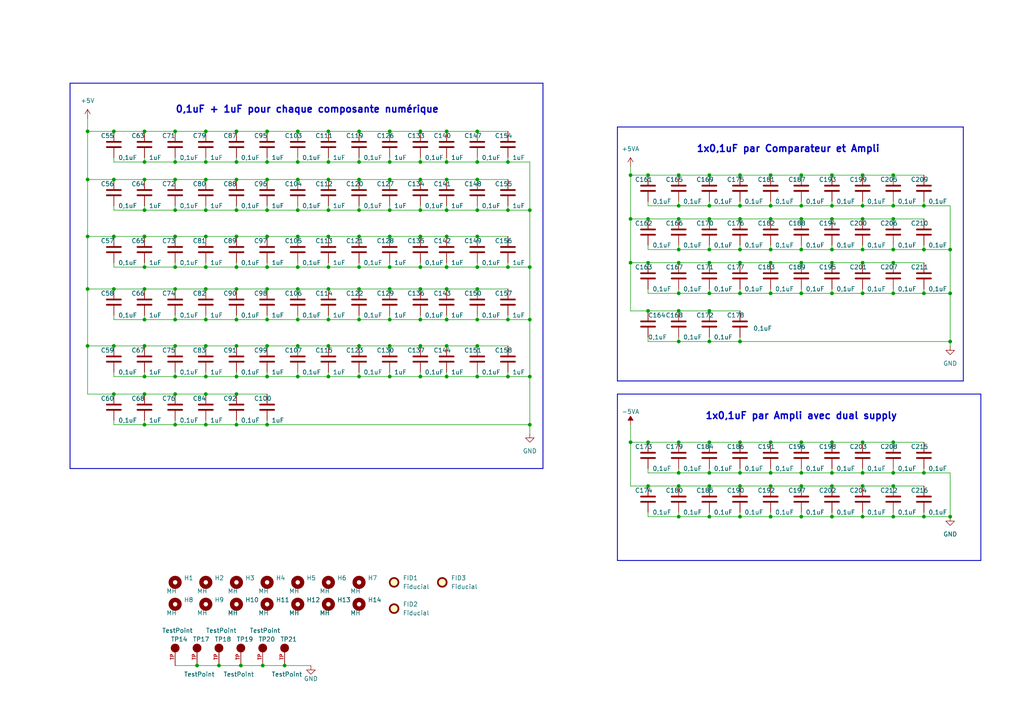
<source format=kicad_sch>
(kicad_sch (version 20211123) (generator eeschema)
  (paper "A4")
  (junction (at 241.3 140.97))
  (junction (at 129.54 46.99))
  (junction (at 138.43 38.1))
  (junction (at 259.08 72.39))
  (junction (at 59.69 100.33))
  (junction (at 41.91 68.58))
  (junction (at 77.47 109.22))
  (junction (at 232.41 63.5))
  (junction (at 267.97 72.39))
  (junction (at 153.67 123.19))
  (junction (at 250.19 149.86))
  (junction (at 232.41 128.27))
  (junction (at 182.88 63.5))
  (junction (at 138.43 68.58))
  (junction (at 86.36 100.33))
  (junction (at 250.19 72.39))
  (junction (at 77.47 123.19))
  (junction (at 41.91 114.3))
  (junction (at 187.96 50.8))
  (junction (at 250.19 140.97))
  (junction (at 77.47 68.58))
  (junction (at 68.58 83.82))
  (junction (at 33.02 52.07))
  (junction (at 267.97 59.69))
  (junction (at 196.85 72.39))
  (junction (at 267.97 85.09))
  (junction (at 68.58 109.22))
  (junction (at 259.08 149.86))
  (junction (at 138.43 52.07))
  (junction (at 250.19 50.8))
  (junction (at 95.25 38.1))
  (junction (at 121.92 68.58))
  (junction (at 77.47 83.82))
  (junction (at 41.91 46.99))
  (junction (at 41.91 60.96))
  (junction (at 25.4 83.82))
  (junction (at 104.14 68.58))
  (junction (at 121.92 83.82))
  (junction (at 113.03 77.47))
  (junction (at 196.85 90.17))
  (junction (at 121.92 46.99))
  (junction (at 86.36 68.58))
  (junction (at 113.03 52.07))
  (junction (at 223.52 59.69))
  (junction (at 259.08 128.27))
  (junction (at 232.41 76.2))
  (junction (at 25.4 38.1))
  (junction (at 259.08 59.69))
  (junction (at 205.74 63.5))
  (junction (at 205.74 59.69))
  (junction (at 68.58 38.1))
  (junction (at 95.25 109.22))
  (junction (at 223.52 85.09))
  (junction (at 68.58 123.19))
  (junction (at 69.85 193.04))
  (junction (at 223.52 76.2))
  (junction (at 138.43 109.22))
  (junction (at 138.43 92.71))
  (junction (at 129.54 92.71))
  (junction (at 129.54 52.07))
  (junction (at 95.25 68.58))
  (junction (at 241.3 50.8))
  (junction (at 259.08 50.8))
  (junction (at 77.47 60.96))
  (junction (at 59.69 46.99))
  (junction (at 41.91 83.82))
  (junction (at 250.19 63.5))
  (junction (at 41.91 77.47))
  (junction (at 153.67 109.22))
  (junction (at 232.41 50.8))
  (junction (at 138.43 60.96))
  (junction (at 182.88 50.8))
  (junction (at 59.69 60.96))
  (junction (at 196.85 50.8))
  (junction (at 59.69 92.71))
  (junction (at 77.47 77.47))
  (junction (at 68.58 68.58))
  (junction (at 50.8 92.71))
  (junction (at 104.14 83.82))
  (junction (at 41.91 92.71))
  (junction (at 86.36 60.96))
  (junction (at 196.85 85.09))
  (junction (at 25.4 100.33))
  (junction (at 57.15 193.04))
  (junction (at 68.58 92.71))
  (junction (at 214.63 63.5))
  (junction (at 223.52 128.27))
  (junction (at 205.74 137.16))
  (junction (at 50.8 77.47))
  (junction (at 68.58 46.99))
  (junction (at 121.92 100.33))
  (junction (at 214.63 50.8))
  (junction (at 113.03 68.58))
  (junction (at 259.08 85.09))
  (junction (at 113.03 46.99))
  (junction (at 182.88 128.27))
  (junction (at 223.52 50.8))
  (junction (at 232.41 149.86))
  (junction (at 241.3 149.86))
  (junction (at 138.43 77.47))
  (junction (at 33.02 68.58))
  (junction (at 95.25 100.33))
  (junction (at 196.85 128.27))
  (junction (at 182.88 76.2))
  (junction (at 113.03 83.82))
  (junction (at 59.69 123.19))
  (junction (at 86.36 77.47))
  (junction (at 86.36 46.99))
  (junction (at 68.58 114.3))
  (junction (at 50.8 123.19))
  (junction (at 121.92 109.22))
  (junction (at 214.63 85.09))
  (junction (at 113.03 38.1))
  (junction (at 205.74 128.27))
  (junction (at 77.47 100.33))
  (junction (at 259.08 137.16))
  (junction (at 241.3 76.2))
  (junction (at 104.14 109.22))
  (junction (at 129.54 68.58))
  (junction (at 275.59 85.09))
  (junction (at 59.69 114.3))
  (junction (at 50.8 68.58))
  (junction (at 41.91 100.33))
  (junction (at 205.74 149.86))
  (junction (at 223.52 140.97))
  (junction (at 77.47 52.07))
  (junction (at 129.54 83.82))
  (junction (at 50.8 100.33))
  (junction (at 223.52 72.39))
  (junction (at 232.41 59.69))
  (junction (at 196.85 137.16))
  (junction (at 41.91 123.19))
  (junction (at 241.3 72.39))
  (junction (at 63.5 193.04))
  (junction (at 267.97 149.86))
  (junction (at 232.41 137.16))
  (junction (at 41.91 52.07))
  (junction (at 50.8 109.22))
  (junction (at 95.25 60.96))
  (junction (at 147.32 77.47))
  (junction (at 250.19 137.16))
  (junction (at 205.74 85.09))
  (junction (at 250.19 85.09))
  (junction (at 121.92 60.96))
  (junction (at 187.96 128.27))
  (junction (at 68.58 77.47))
  (junction (at 138.43 46.99))
  (junction (at 147.32 46.99))
  (junction (at 68.58 52.07))
  (junction (at 187.96 76.2))
  (junction (at 275.59 149.86))
  (junction (at 33.02 38.1))
  (junction (at 121.92 92.71))
  (junction (at 223.52 63.5))
  (junction (at 214.63 72.39))
  (junction (at 33.02 83.82))
  (junction (at 121.92 77.47))
  (junction (at 59.69 38.1))
  (junction (at 241.3 128.27))
  (junction (at 41.91 109.22))
  (junction (at 196.85 63.5))
  (junction (at 59.69 83.82))
  (junction (at 214.63 149.86))
  (junction (at 153.67 60.96))
  (junction (at 241.3 63.5))
  (junction (at 205.74 76.2))
  (junction (at 232.41 85.09))
  (junction (at 214.63 140.97))
  (junction (at 259.08 63.5))
  (junction (at 153.67 77.47))
  (junction (at 76.2 193.04))
  (junction (at 33.02 100.33))
  (junction (at 113.03 109.22))
  (junction (at 113.03 100.33))
  (junction (at 104.14 60.96))
  (junction (at 147.32 60.96))
  (junction (at 95.25 46.99))
  (junction (at 147.32 92.71))
  (junction (at 104.14 46.99))
  (junction (at 205.74 99.06))
  (junction (at 259.08 76.2))
  (junction (at 50.8 46.99))
  (junction (at 129.54 38.1))
  (junction (at 259.08 140.97))
  (junction (at 86.36 38.1))
  (junction (at 241.3 85.09))
  (junction (at 205.74 50.8))
  (junction (at 50.8 83.82))
  (junction (at 223.52 137.16))
  (junction (at 25.4 68.58))
  (junction (at 41.91 38.1))
  (junction (at 250.19 128.27))
  (junction (at 147.32 109.22))
  (junction (at 205.74 90.17))
  (junction (at 187.96 63.5))
  (junction (at 196.85 149.86))
  (junction (at 214.63 59.69))
  (junction (at 275.59 72.39))
  (junction (at 196.85 76.2))
  (junction (at 50.8 114.3))
  (junction (at 59.69 52.07))
  (junction (at 214.63 99.06))
  (junction (at 223.52 149.86))
  (junction (at 214.63 76.2))
  (junction (at 68.58 100.33))
  (junction (at 129.54 77.47))
  (junction (at 205.74 72.39))
  (junction (at 205.74 140.97))
  (junction (at 95.25 83.82))
  (junction (at 121.92 52.07))
  (junction (at 59.69 109.22))
  (junction (at 196.85 140.97))
  (junction (at 86.36 92.71))
  (junction (at 77.47 38.1))
  (junction (at 104.14 38.1))
  (junction (at 59.69 68.58))
  (junction (at 232.41 72.39))
  (junction (at 77.47 92.71))
  (junction (at 104.14 92.71))
  (junction (at 121.92 38.1))
  (junction (at 196.85 59.69))
  (junction (at 275.59 99.06))
  (junction (at 138.43 100.33))
  (junction (at 95.25 52.07))
  (junction (at 86.36 109.22))
  (junction (at 104.14 100.33))
  (junction (at 113.03 60.96))
  (junction (at 86.36 52.07))
  (junction (at 267.97 137.16))
  (junction (at 187.96 140.97))
  (junction (at 241.3 137.16))
  (junction (at 50.8 60.96))
  (junction (at 232.41 140.97))
  (junction (at 82.55 193.04))
  (junction (at 153.67 92.71))
  (junction (at 95.25 92.71))
  (junction (at 129.54 109.22))
  (junction (at 250.19 59.69))
  (junction (at 86.36 83.82))
  (junction (at 68.58 60.96))
  (junction (at 250.19 76.2))
  (junction (at 129.54 100.33))
  (junction (at 241.3 59.69))
  (junction (at 33.02 114.3))
  (junction (at 25.4 52.07))
  (junction (at 104.14 77.47))
  (junction (at 113.03 92.71))
  (junction (at 196.85 99.06))
  (junction (at 129.54 60.96))
  (junction (at 77.47 46.99))
  (junction (at 95.25 77.47))
  (junction (at 214.63 137.16))
  (junction (at 50.8 38.1))
  (junction (at 138.43 83.82))
  (junction (at 104.14 52.07))
  (junction (at 59.69 77.47))
  (junction (at 50.8 52.07))
  (junction (at 187.96 90.17))
  (junction (at 214.63 128.27))
  (wire (pts (xy 182.88 123.19) (xy 182.88 128.27)))
  (wire (pts (xy 187.96 137.16) (xy 196.85 137.16)))
  (wire (pts (xy 104.14 109.22) (xy 104.14 107.95)))
  (wire (pts (xy 214.63 99.06) (xy 275.59 99.06)))
  (wire (pts (xy 104.14 83.82) (xy 113.03 83.82)))
  (wire (pts (xy 182.88 76.2) (xy 182.88 90.17)))
  (wire (pts (xy 196.85 140.97) (xy 205.74 140.97)))
  (wire (pts (xy 250.19 72.39) (xy 259.08 72.39)))
  (wire (pts (xy 57.15 193.04) (xy 63.5 193.04)))
  (wire (pts (xy 59.69 46.99) (xy 68.58 46.99)))
  (polyline (pts (xy 179.07 36.83) (xy 179.07 110.49)) (stroke (width 0.25) (type solid)))
  (wire (pts (xy 59.69 60.96) (xy 68.58 60.96)))
  (wire (pts (xy 223.52 50.8) (xy 232.41 50.8)))
  (wire (pts (xy 104.14 60.96) (xy 104.14 59.69)))
  (wire (pts (xy 86.36 109.22) (xy 86.36 107.95)))
  (wire (pts (xy 86.36 46.99) (xy 86.36 45.72)))
  (wire (pts (xy 113.03 52.07) (xy 121.92 52.07)))
  (wire (pts (xy 147.32 46.99) (xy 153.67 46.99)))
  (wire (pts (xy 77.47 60.96) (xy 86.36 60.96)))
  (wire (pts (xy 50.8 46.99) (xy 50.8 45.72)))
  (wire (pts (xy 196.85 72.39) (xy 205.74 72.39)))
  (wire (pts (xy 41.91 114.3) (xy 50.8 114.3)))
  (wire (pts (xy 95.25 83.82) (xy 104.14 83.82)))
  (wire (pts (xy 129.54 77.47) (xy 138.43 77.47)))
  (wire (pts (xy 77.47 83.82) (xy 86.36 83.82)))
  (wire (pts (xy 232.41 85.09) (xy 241.3 85.09)))
  (wire (pts (xy 205.74 76.2) (xy 214.63 76.2)))
  (wire (pts (xy 50.8 46.99) (xy 59.69 46.99)))
  (wire (pts (xy 250.19 137.16) (xy 250.19 135.89)))
  (wire (pts (xy 187.96 137.16) (xy 187.96 135.89)))
  (wire (pts (xy 95.25 60.96) (xy 95.25 59.69)))
  (wire (pts (xy 214.63 99.06) (xy 214.63 97.79)))
  (wire (pts (xy 196.85 76.2) (xy 205.74 76.2)))
  (wire (pts (xy 196.85 85.09) (xy 205.74 85.09)))
  (wire (pts (xy 196.85 50.8) (xy 205.74 50.8)))
  (wire (pts (xy 104.14 46.99) (xy 113.03 46.99)))
  (wire (pts (xy 205.74 90.17) (xy 214.63 90.17)))
  (wire (pts (xy 68.58 52.07) (xy 77.47 52.07)))
  (wire (pts (xy 259.08 59.69) (xy 259.08 58.42)))
  (wire (pts (xy 205.74 85.09) (xy 214.63 85.09)))
  (wire (pts (xy 25.4 34.29) (xy 25.4 38.1)))
  (wire (pts (xy 95.25 100.33) (xy 104.14 100.33)))
  (wire (pts (xy 250.19 76.2) (xy 259.08 76.2)))
  (wire (pts (xy 250.19 59.69) (xy 259.08 59.69)))
  (wire (pts (xy 68.58 60.96) (xy 68.58 59.69)))
  (wire (pts (xy 50.8 77.47) (xy 50.8 76.2)))
  (wire (pts (xy 223.52 137.16) (xy 223.52 135.89)))
  (wire (pts (xy 104.14 77.47) (xy 104.14 76.2)))
  (wire (pts (xy 50.8 92.71) (xy 50.8 91.44)))
  (wire (pts (xy 241.3 72.39) (xy 241.3 71.12)))
  (wire (pts (xy 138.43 77.47) (xy 147.32 77.47)))
  (wire (pts (xy 77.47 123.19) (xy 77.47 121.92)))
  (wire (pts (xy 104.14 77.47) (xy 113.03 77.47)))
  (wire (pts (xy 59.69 92.71) (xy 68.58 92.71)))
  (wire (pts (xy 86.36 38.1) (xy 95.25 38.1)))
  (wire (pts (xy 259.08 149.86) (xy 267.97 149.86)))
  (wire (pts (xy 41.91 100.33) (xy 50.8 100.33)))
  (wire (pts (xy 95.25 52.07) (xy 104.14 52.07)))
  (wire (pts (xy 232.41 137.16) (xy 232.41 135.89)))
  (polyline (pts (xy 279.4 36.83) (xy 279.4 110.49)) (stroke (width 0.25) (type solid)))
  (wire (pts (xy 275.59 137.16) (xy 275.59 149.86)))
  (wire (pts (xy 187.96 63.5) (xy 196.85 63.5)))
  (wire (pts (xy 223.52 63.5) (xy 232.41 63.5)))
  (wire (pts (xy 104.14 92.71) (xy 104.14 91.44)))
  (wire (pts (xy 241.3 50.8) (xy 250.19 50.8)))
  (wire (pts (xy 153.67 123.19) (xy 153.67 125.73)))
  (wire (pts (xy 113.03 68.58) (xy 121.92 68.58)))
  (wire (pts (xy 104.14 60.96) (xy 113.03 60.96)))
  (wire (pts (xy 33.02 46.99) (xy 33.02 45.72)))
  (wire (pts (xy 33.02 60.96) (xy 33.02 59.69)))
  (wire (pts (xy 25.4 52.07) (xy 33.02 52.07)))
  (polyline (pts (xy 157.48 135.89) (xy 20.32 135.89)) (stroke (width 0.25) (type solid)))
  (wire (pts (xy 196.85 137.16) (xy 196.85 135.89)))
  (wire (pts (xy 223.52 85.09) (xy 223.52 83.82)))
  (wire (pts (xy 205.74 72.39) (xy 205.74 71.12)))
  (wire (pts (xy 267.97 59.69) (xy 267.97 58.42)))
  (wire (pts (xy 25.4 68.58) (xy 25.4 83.82)))
  (wire (pts (xy 196.85 59.69) (xy 196.85 58.42)))
  (wire (pts (xy 232.41 128.27) (xy 241.3 128.27)))
  (wire (pts (xy 187.96 140.97) (xy 196.85 140.97)))
  (wire (pts (xy 214.63 137.16) (xy 214.63 135.89)))
  (wire (pts (xy 138.43 92.71) (xy 138.43 91.44)))
  (wire (pts (xy 41.91 60.96) (xy 41.91 59.69)))
  (wire (pts (xy 104.14 52.07) (xy 113.03 52.07)))
  (wire (pts (xy 241.3 59.69) (xy 250.19 59.69)))
  (wire (pts (xy 259.08 128.27) (xy 267.97 128.27)))
  (wire (pts (xy 214.63 59.69) (xy 214.63 58.42)))
  (wire (pts (xy 121.92 60.96) (xy 121.92 59.69)))
  (wire (pts (xy 241.3 72.39) (xy 250.19 72.39)))
  (wire (pts (xy 147.32 109.22) (xy 147.32 107.95)))
  (wire (pts (xy 68.58 114.3) (xy 77.47 114.3)))
  (wire (pts (xy 50.8 60.96) (xy 50.8 59.69)))
  (wire (pts (xy 77.47 38.1) (xy 86.36 38.1)))
  (wire (pts (xy 241.3 76.2) (xy 250.19 76.2)))
  (wire (pts (xy 50.8 77.47) (xy 59.69 77.47)))
  (wire (pts (xy 68.58 123.19) (xy 68.58 121.92)))
  (wire (pts (xy 33.02 38.1) (xy 41.91 38.1)))
  (wire (pts (xy 138.43 68.58) (xy 147.32 68.58)))
  (wire (pts (xy 68.58 46.99) (xy 77.47 46.99)))
  (wire (pts (xy 77.47 46.99) (xy 77.47 45.72)))
  (wire (pts (xy 205.74 99.06) (xy 214.63 99.06)))
  (wire (pts (xy 187.96 85.09) (xy 187.96 83.82)))
  (wire (pts (xy 59.69 77.47) (xy 68.58 77.47)))
  (wire (pts (xy 86.36 77.47) (xy 95.25 77.47)))
  (wire (pts (xy 196.85 99.06) (xy 196.85 97.79)))
  (wire (pts (xy 59.69 68.58) (xy 68.58 68.58)))
  (wire (pts (xy 104.14 46.99) (xy 104.14 45.72)))
  (wire (pts (xy 68.58 109.22) (xy 68.58 107.95)))
  (wire (pts (xy 214.63 59.69) (xy 223.52 59.69)))
  (wire (pts (xy 147.32 92.71) (xy 153.67 92.71)))
  (wire (pts (xy 205.74 140.97) (xy 214.63 140.97)))
  (wire (pts (xy 138.43 100.33) (xy 147.32 100.33)))
  (wire (pts (xy 68.58 123.19) (xy 77.47 123.19)))
  (wire (pts (xy 104.14 68.58) (xy 113.03 68.58)))
  (wire (pts (xy 113.03 60.96) (xy 121.92 60.96)))
  (wire (pts (xy 95.25 46.99) (xy 95.25 45.72)))
  (wire (pts (xy 129.54 68.58) (xy 138.43 68.58)))
  (wire (pts (xy 196.85 72.39) (xy 196.85 71.12)))
  (wire (pts (xy 187.96 72.39) (xy 196.85 72.39)))
  (wire (pts (xy 33.02 109.22) (xy 41.91 109.22)))
  (wire (pts (xy 95.25 92.71) (xy 104.14 92.71)))
  (wire (pts (xy 41.91 46.99) (xy 41.91 45.72)))
  (wire (pts (xy 82.55 193.04) (xy 90.17 193.04)))
  (wire (pts (xy 59.69 109.22) (xy 68.58 109.22)))
  (wire (pts (xy 196.85 63.5) (xy 205.74 63.5)))
  (wire (pts (xy 259.08 140.97) (xy 267.97 140.97)))
  (wire (pts (xy 41.91 52.07) (xy 50.8 52.07)))
  (wire (pts (xy 68.58 83.82) (xy 77.47 83.82)))
  (wire (pts (xy 250.19 137.16) (xy 259.08 137.16)))
  (wire (pts (xy 129.54 77.47) (xy 129.54 76.2)))
  (wire (pts (xy 187.96 149.86) (xy 196.85 149.86)))
  (wire (pts (xy 33.02 46.99) (xy 41.91 46.99)))
  (wire (pts (xy 86.36 109.22) (xy 95.25 109.22)))
  (polyline (pts (xy 179.07 36.83) (xy 279.4 36.83)) (stroke (width 0.25) (type solid)))
  (wire (pts (xy 138.43 83.82) (xy 147.32 83.82)))
  (wire (pts (xy 259.08 149.86) (xy 259.08 148.59)))
  (wire (pts (xy 275.59 59.69) (xy 275.59 72.39)))
  (wire (pts (xy 95.25 77.47) (xy 104.14 77.47)))
  (wire (pts (xy 50.8 100.33) (xy 59.69 100.33)))
  (wire (pts (xy 214.63 63.5) (xy 223.52 63.5)))
  (wire (pts (xy 205.74 63.5) (xy 214.63 63.5)))
  (wire (pts (xy 86.36 52.07) (xy 95.25 52.07)))
  (wire (pts (xy 267.97 137.16) (xy 267.97 135.89)))
  (wire (pts (xy 33.02 77.47) (xy 41.91 77.47)))
  (wire (pts (xy 129.54 109.22) (xy 138.43 109.22)))
  (wire (pts (xy 68.58 92.71) (xy 77.47 92.71)))
  (wire (pts (xy 129.54 92.71) (xy 129.54 91.44)))
  (wire (pts (xy 153.67 109.22) (xy 153.67 123.19)))
  (wire (pts (xy 121.92 109.22) (xy 121.92 107.95)))
  (wire (pts (xy 153.67 77.47) (xy 153.67 92.71)))
  (wire (pts (xy 205.74 137.16) (xy 214.63 137.16)))
  (wire (pts (xy 241.3 137.16) (xy 250.19 137.16)))
  (wire (pts (xy 214.63 50.8) (xy 223.52 50.8)))
  (wire (pts (xy 129.54 83.82) (xy 138.43 83.82)))
  (wire (pts (xy 59.69 38.1) (xy 68.58 38.1)))
  (wire (pts (xy 241.3 85.09) (xy 241.3 83.82)))
  (wire (pts (xy 68.58 109.22) (xy 77.47 109.22)))
  (wire (pts (xy 68.58 46.99) (xy 68.58 45.72)))
  (wire (pts (xy 121.92 38.1) (xy 129.54 38.1)))
  (polyline (pts (xy 179.07 114.3) (xy 179.07 162.56)) (stroke (width 0.25) (type solid)))
  (wire (pts (xy 113.03 60.96) (xy 113.03 59.69)))
  (wire (pts (xy 196.85 149.86) (xy 205.74 149.86)))
  (wire (pts (xy 223.52 72.39) (xy 232.41 72.39)))
  (wire (pts (xy 267.97 149.86) (xy 275.59 149.86)))
  (wire (pts (xy 187.96 99.06) (xy 187.96 97.79)))
  (wire (pts (xy 232.41 72.39) (xy 232.41 71.12)))
  (wire (pts (xy 50.8 123.19) (xy 59.69 123.19)))
  (wire (pts (xy 223.52 149.86) (xy 232.41 149.86)))
  (wire (pts (xy 77.47 60.96) (xy 77.47 59.69)))
  (wire (pts (xy 241.3 140.97) (xy 250.19 140.97)))
  (wire (pts (xy 95.25 46.99) (xy 104.14 46.99)))
  (wire (pts (xy 113.03 92.71) (xy 121.92 92.71)))
  (wire (pts (xy 259.08 63.5) (xy 267.97 63.5)))
  (wire (pts (xy 59.69 83.82) (xy 68.58 83.82)))
  (wire (pts (xy 50.8 109.22) (xy 50.8 107.95)))
  (wire (pts (xy 129.54 92.71) (xy 138.43 92.71)))
  (wire (pts (xy 68.58 60.96) (xy 77.47 60.96)))
  (wire (pts (xy 267.97 85.09) (xy 267.97 83.82)))
  (wire (pts (xy 129.54 52.07) (xy 138.43 52.07)))
  (wire (pts (xy 77.47 109.22) (xy 86.36 109.22)))
  (wire (pts (xy 214.63 149.86) (xy 223.52 149.86)))
  (wire (pts (xy 41.91 38.1) (xy 50.8 38.1)))
  (wire (pts (xy 113.03 100.33) (xy 121.92 100.33)))
  (wire (pts (xy 250.19 128.27) (xy 259.08 128.27)))
  (wire (pts (xy 68.58 77.47) (xy 68.58 76.2)))
  (wire (pts (xy 50.8 68.58) (xy 59.69 68.58)))
  (wire (pts (xy 113.03 109.22) (xy 113.03 107.95)))
  (wire (pts (xy 59.69 92.71) (xy 59.69 91.44)))
  (polyline (pts (xy 284.48 162.56) (xy 179.07 162.56)) (stroke (width 0.25) (type solid)))
  (wire (pts (xy 77.47 52.07) (xy 86.36 52.07)))
  (wire (pts (xy 33.02 60.96) (xy 41.91 60.96)))
  (wire (pts (xy 241.3 85.09) (xy 250.19 85.09)))
  (wire (pts (xy 113.03 83.82) (xy 121.92 83.82)))
  (wire (pts (xy 121.92 109.22) (xy 129.54 109.22)))
  (wire (pts (xy 187.96 149.86) (xy 187.96 148.59)))
  (wire (pts (xy 50.8 60.96) (xy 59.69 60.96)))
  (wire (pts (xy 259.08 72.39) (xy 267.97 72.39)))
  (wire (pts (xy 223.52 76.2) (xy 232.41 76.2)))
  (wire (pts (xy 232.41 140.97) (xy 241.3 140.97)))
  (wire (pts (xy 68.58 77.47) (xy 77.47 77.47)))
  (wire (pts (xy 250.19 140.97) (xy 259.08 140.97)))
  (wire (pts (xy 95.25 38.1) (xy 104.14 38.1)))
  (wire (pts (xy 25.4 68.58) (xy 33.02 68.58)))
  (wire (pts (xy 196.85 90.17) (xy 205.74 90.17)))
  (wire (pts (xy 138.43 52.07) (xy 147.32 52.07)))
  (wire (pts (xy 138.43 60.96) (xy 138.43 59.69)))
  (wire (pts (xy 147.32 77.47) (xy 147.32 76.2)))
  (wire (pts (xy 121.92 83.82) (xy 129.54 83.82)))
  (wire (pts (xy 113.03 46.99) (xy 113.03 45.72)))
  (wire (pts (xy 153.67 92.71) (xy 153.67 109.22)))
  (wire (pts (xy 41.91 123.19) (xy 50.8 123.19)))
  (wire (pts (xy 187.96 76.2) (xy 196.85 76.2)))
  (wire (pts (xy 50.8 193.04) (xy 57.15 193.04)))
  (wire (pts (xy 232.41 149.86) (xy 241.3 149.86)))
  (wire (pts (xy 223.52 59.69) (xy 232.41 59.69)))
  (wire (pts (xy 187.96 59.69) (xy 196.85 59.69)))
  (wire (pts (xy 129.54 46.99) (xy 138.43 46.99)))
  (wire (pts (xy 41.91 60.96) (xy 50.8 60.96)))
  (wire (pts (xy 33.02 123.19) (xy 41.91 123.19)))
  (wire (pts (xy 25.4 100.33) (xy 25.4 114.3)))
  (wire (pts (xy 113.03 92.71) (xy 113.03 91.44)))
  (wire (pts (xy 182.88 76.2) (xy 187.96 76.2)))
  (wire (pts (xy 187.96 85.09) (xy 196.85 85.09)))
  (wire (pts (xy 182.88 140.97) (xy 187.96 140.97)))
  (wire (pts (xy 214.63 137.16) (xy 223.52 137.16)))
  (wire (pts (xy 223.52 140.97) (xy 232.41 140.97)))
  (wire (pts (xy 25.4 100.33) (xy 33.02 100.33)))
  (wire (pts (xy 121.92 92.71) (xy 129.54 92.71)))
  (wire (pts (xy 205.74 85.09) (xy 205.74 83.82)))
  (wire (pts (xy 232.41 59.69) (xy 232.41 58.42)))
  (wire (pts (xy 68.58 68.58) (xy 77.47 68.58)))
  (wire (pts (xy 187.96 99.06) (xy 196.85 99.06)))
  (wire (pts (xy 232.41 137.16) (xy 241.3 137.16)))
  (wire (pts (xy 205.74 128.27) (xy 214.63 128.27)))
  (wire (pts (xy 50.8 123.19) (xy 50.8 121.92)))
  (wire (pts (xy 196.85 99.06) (xy 205.74 99.06)))
  (wire (pts (xy 59.69 109.22) (xy 59.69 107.95)))
  (wire (pts (xy 113.03 46.99) (xy 121.92 46.99)))
  (wire (pts (xy 275.59 85.09) (xy 275.59 99.06)))
  (wire (pts (xy 33.02 123.19) (xy 33.02 121.92)))
  (wire (pts (xy 196.85 149.86) (xy 196.85 148.59)))
  (wire (pts (xy 25.4 38.1) (xy 33.02 38.1)))
  (wire (pts (xy 214.63 140.97) (xy 223.52 140.97)))
  (wire (pts (xy 104.14 38.1) (xy 113.03 38.1)))
  (wire (pts (xy 182.88 48.26) (xy 182.88 50.8)))
  (wire (pts (xy 50.8 114.3) (xy 59.69 114.3)))
  (wire (pts (xy 86.36 60.96) (xy 86.36 59.69)))
  (wire (pts (xy 33.02 100.33) (xy 41.91 100.33)))
  (wire (pts (xy 59.69 100.33) (xy 68.58 100.33)))
  (wire (pts (xy 77.47 123.19) (xy 153.67 123.19)))
  (wire (pts (xy 275.59 99.06) (xy 275.59 100.33)))
  (wire (pts (xy 187.96 128.27) (xy 196.85 128.27)))
  (wire (pts (xy 259.08 85.09) (xy 259.08 83.82)))
  (wire (pts (xy 25.4 52.07) (xy 25.4 68.58)))
  (wire (pts (xy 121.92 52.07) (xy 129.54 52.07)))
  (wire (pts (xy 187.96 59.69) (xy 187.96 58.42)))
  (wire (pts (xy 50.8 83.82) (xy 59.69 83.82)))
  (wire (pts (xy 121.92 46.99) (xy 121.92 45.72)))
  (wire (pts (xy 86.36 100.33) (xy 95.25 100.33)))
  (wire (pts (xy 77.47 92.71) (xy 86.36 92.71)))
  (wire (pts (xy 259.08 85.09) (xy 267.97 85.09)))
  (wire (pts (xy 187.96 50.8) (xy 196.85 50.8)))
  (wire (pts (xy 147.32 46.99) (xy 147.32 45.72)))
  (wire (pts (xy 95.25 92.71) (xy 95.25 91.44)))
  (wire (pts (xy 205.74 50.8) (xy 214.63 50.8)))
  (wire (pts (xy 104.14 109.22) (xy 113.03 109.22)))
  (wire (pts (xy 232.41 50.8) (xy 241.3 50.8)))
  (wire (pts (xy 33.02 52.07) (xy 41.91 52.07)))
  (wire (pts (xy 196.85 59.69) (xy 205.74 59.69)))
  (wire (pts (xy 95.25 68.58) (xy 104.14 68.58)))
  (wire (pts (xy 182.88 50.8) (xy 182.88 63.5)))
  (wire (pts (xy 138.43 60.96) (xy 147.32 60.96)))
  (wire (pts (xy 41.91 109.22) (xy 50.8 109.22)))
  (wire (pts (xy 59.69 114.3) (xy 68.58 114.3)))
  (wire (pts (xy 138.43 46.99) (xy 138.43 45.72)))
  (wire (pts (xy 86.36 92.71) (xy 86.36 91.44)))
  (wire (pts (xy 63.5 193.04) (xy 69.85 193.04)))
  (wire (pts (xy 129.54 60.96) (xy 138.43 60.96)))
  (wire (pts (xy 104.14 100.33) (xy 113.03 100.33)))
  (wire (pts (xy 59.69 123.19) (xy 68.58 123.19)))
  (wire (pts (xy 121.92 77.47) (xy 129.54 77.47)))
  (wire (pts (xy 138.43 109.22) (xy 147.32 109.22)))
  (wire (pts (xy 250.19 85.09) (xy 250.19 83.82)))
  (wire (pts (xy 223.52 72.39) (xy 223.52 71.12)))
  (wire (pts (xy 129.54 46.99) (xy 129.54 45.72)))
  (polyline (pts (xy 20.32 24.13) (xy 157.48 24.13)) (stroke (width 0.25) (type solid)))
  (wire (pts (xy 205.74 149.86) (xy 205.74 148.59)))
  (wire (pts (xy 59.69 46.99) (xy 59.69 45.72)))
  (wire (pts (xy 121.92 60.96) (xy 129.54 60.96)))
  (wire (pts (xy 33.02 68.58) (xy 41.91 68.58)))
  (wire (pts (xy 77.47 77.47) (xy 86.36 77.47)))
  (wire (pts (xy 41.91 109.22) (xy 41.91 107.95)))
  (wire (pts (xy 182.88 128.27) (xy 182.88 140.97)))
  (wire (pts (xy 196.85 128.27) (xy 205.74 128.27)))
  (wire (pts (xy 86.36 60.96) (xy 95.25 60.96)))
  (wire (pts (xy 223.52 149.86) (xy 223.52 148.59)))
  (wire (pts (xy 147.32 60.96) (xy 153.67 60.96)))
  (polyline (pts (xy 179.07 114.3) (xy 284.48 114.3)) (stroke (width 0.25) (type solid)))
  (wire (pts (xy 121.92 92.71) (xy 121.92 91.44)))
  (wire (pts (xy 182.88 50.8) (xy 187.96 50.8)))
  (wire (pts (xy 77.47 92.71) (xy 77.47 91.44)))
  (wire (pts (xy 182.88 128.27) (xy 187.96 128.27)))
  (wire (pts (xy 259.08 50.8) (xy 267.97 50.8)))
  (wire (pts (xy 59.69 60.96) (xy 59.69 59.69)))
  (wire (pts (xy 241.3 149.86) (xy 250.19 149.86)))
  (wire (pts (xy 232.41 76.2) (xy 241.3 76.2)))
  (wire (pts (xy 121.92 46.99) (xy 129.54 46.99)))
  (wire (pts (xy 205.74 59.69) (xy 214.63 59.69)))
  (wire (pts (xy 250.19 50.8) (xy 259.08 50.8)))
  (wire (pts (xy 33.02 114.3) (xy 41.91 114.3)))
  (wire (pts (xy 147.32 60.96) (xy 147.32 59.69)))
  (wire (pts (xy 95.25 77.47) (xy 95.25 76.2)))
  (wire (pts (xy 113.03 77.47) (xy 113.03 76.2)))
  (wire (pts (xy 41.91 83.82) (xy 50.8 83.82)))
  (wire (pts (xy 95.25 60.96) (xy 104.14 60.96)))
  (wire (pts (xy 41.91 68.58) (xy 50.8 68.58)))
  (wire (pts (xy 267.97 149.86) (xy 267.97 148.59)))
  (wire (pts (xy 68.58 100.33) (xy 77.47 100.33)))
  (wire (pts (xy 250.19 149.86) (xy 250.19 148.59)))
  (wire (pts (xy 250.19 72.39) (xy 250.19 71.12)))
  (wire (pts (xy 113.03 77.47) (xy 121.92 77.47)))
  (wire (pts (xy 86.36 46.99) (xy 95.25 46.99)))
  (wire (pts (xy 196.85 85.09) (xy 196.85 83.82)))
  (wire (pts (xy 86.36 77.47) (xy 86.36 76.2)))
  (wire (pts (xy 232.41 72.39) (xy 241.3 72.39)))
  (wire (pts (xy 232.41 149.86) (xy 232.41 148.59)))
  (wire (pts (xy 138.43 46.99) (xy 147.32 46.99)))
  (wire (pts (xy 25.4 38.1) (xy 25.4 52.07)))
  (wire (pts (xy 267.97 72.39) (xy 267.97 71.12)))
  (wire (pts (xy 77.47 68.58) (xy 86.36 68.58)))
  (wire (pts (xy 121.92 68.58) (xy 129.54 68.58)))
  (wire (pts (xy 241.3 128.27) (xy 250.19 128.27)))
  (wire (pts (xy 121.92 100.33) (xy 129.54 100.33)))
  (wire (pts (xy 267.97 72.39) (xy 275.59 72.39)))
  (wire (pts (xy 68.58 92.71) (xy 68.58 91.44)))
  (wire (pts (xy 68.58 38.1) (xy 77.47 38.1)))
  (wire (pts (xy 59.69 123.19) (xy 59.69 121.92)))
  (wire (pts (xy 182.88 63.5) (xy 187.96 63.5)))
  (wire (pts (xy 147.32 92.71) (xy 147.32 91.44)))
  (wire (pts (xy 33.02 92.71) (xy 33.02 91.44)))
  (wire (pts (xy 33.02 109.22) (xy 33.02 107.95)))
  (wire (pts (xy 259.08 137.16) (xy 267.97 137.16)))
  (wire (pts (xy 259.08 76.2) (xy 267.97 76.2)))
  (wire (pts (xy 138.43 109.22) (xy 138.43 107.95)))
  (wire (pts (xy 196.85 137.16) (xy 205.74 137.16)))
  (wire (pts (xy 223.52 137.16) (xy 232.41 137.16)))
  (wire (pts (xy 250.19 85.09) (xy 259.08 85.09)))
  (wire (pts (xy 41.91 77.47) (xy 50.8 77.47)))
  (wire (pts (xy 69.85 193.04) (xy 76.2 193.04)))
  (wire (pts (xy 121.92 77.47) (xy 121.92 76.2)))
  (wire (pts (xy 214.63 76.2) (xy 223.52 76.2)))
  (wire (pts (xy 41.91 46.99) (xy 50.8 46.99)))
  (wire (pts (xy 223.52 85.09) (xy 232.41 85.09)))
  (wire (pts (xy 187.96 72.39) (xy 187.96 71.12)))
  (wire (pts (xy 214.63 85.09) (xy 223.52 85.09)))
  (wire (pts (xy 147.32 77.47) (xy 153.67 77.47)))
  (wire (pts (xy 129.54 100.33) (xy 138.43 100.33)))
  (wire (pts (xy 232.41 63.5) (xy 241.3 63.5)))
  (wire (pts (xy 59.69 77.47) (xy 59.69 76.2)))
  (wire (pts (xy 214.63 72.39) (xy 223.52 72.39)))
  (wire (pts (xy 241.3 59.69) (xy 241.3 58.42)))
  (wire (pts (xy 267.97 137.16) (xy 275.59 137.16)))
  (wire (pts (xy 50.8 38.1) (xy 59.69 38.1)))
  (wire (pts (xy 214.63 149.86) (xy 214.63 148.59)))
  (wire (pts (xy 95.25 109.22) (xy 104.14 109.22)))
  (wire (pts (xy 259.08 137.16) (xy 259.08 135.89)))
  (wire (pts (xy 41.91 123.19) (xy 41.91 121.92)))
  (wire (pts (xy 187.96 90.17) (xy 196.85 90.17)))
  (wire (pts (xy 86.36 92.71) (xy 95.25 92.71)))
  (wire (pts (xy 223.52 128.27) (xy 232.41 128.27)))
  (wire (pts (xy 259.08 59.69) (xy 267.97 59.69)))
  (wire (pts (xy 50.8 92.71) (xy 59.69 92.71)))
  (wire (pts (xy 104.14 92.71) (xy 113.03 92.71)))
  (polyline (pts (xy 279.4 110.49) (xy 179.07 110.49)) (stroke (width 0.25) (type solid)))
  (wire (pts (xy 205.74 72.39) (xy 214.63 72.39)))
  (wire (pts (xy 205.74 137.16) (xy 205.74 135.89)))
  (wire (pts (xy 147.32 109.22) (xy 153.67 109.22)))
  (wire (pts (xy 25.4 83.82) (xy 25.4 100.33)))
  (wire (pts (xy 267.97 85.09) (xy 275.59 85.09)))
  (wire (pts (xy 232.41 59.69) (xy 241.3 59.69)))
  (wire (pts (xy 205.74 99.06) (xy 205.74 97.79)))
  (wire (pts (xy 77.47 46.99) (xy 86.36 46.99)))
  (wire (pts (xy 41.91 77.47) (xy 41.91 76.2)))
  (wire (pts (xy 138.43 77.47) (xy 138.43 76.2)))
  (wire (pts (xy 95.25 109.22) (xy 95.25 107.95)))
  (wire (pts (xy 50.8 109.22) (xy 59.69 109.22)))
  (wire (pts (xy 77.47 109.22) (xy 77.47 107.95)))
  (polyline (pts (xy 20.32 24.13) (xy 20.32 135.89)) (stroke (width 0.25) (type solid)))
  (wire (pts (xy 86.36 68.58) (xy 95.25 68.58)))
  (wire (pts (xy 153.67 46.99) (xy 153.67 60.96)))
  (wire (pts (xy 25.4 114.3) (xy 33.02 114.3)))
  (wire (pts (xy 241.3 137.16) (xy 241.3 135.89)))
  (wire (pts (xy 76.2 193.04) (xy 82.55 193.04)))
  (wire (pts (xy 214.63 128.27) (xy 223.52 128.27)))
  (wire (pts (xy 275.59 72.39) (xy 275.59 85.09)))
  (wire (pts (xy 138.43 92.71) (xy 147.32 92.71)))
  (wire (pts (xy 214.63 72.39) (xy 214.63 71.12)))
  (wire (pts (xy 267.97 59.69) (xy 275.59 59.69)))
  (wire (pts (xy 223.52 59.69) (xy 223.52 58.42)))
  (wire (pts (xy 138.43 38.1) (xy 147.32 38.1)))
  (wire (pts (xy 77.47 100.33) (xy 86.36 100.33)))
  (wire (pts (xy 205.74 149.86) (xy 214.63 149.86)))
  (wire (pts (xy 113.03 38.1) (xy 121.92 38.1)))
  (wire (pts (xy 250.19 59.69) (xy 250.19 58.42)))
  (wire (pts (xy 33.02 83.82) (xy 41.91 83.82)))
  (wire (pts (xy 113.03 109.22) (xy 121.92 109.22)))
  (wire (pts (xy 259.08 72.39) (xy 259.08 71.12)))
  (wire (pts (xy 205.74 59.69) (xy 205.74 58.42)))
  (wire (pts (xy 153.67 60.96) (xy 153.67 77.47)))
  (wire (pts (xy 214.63 85.09) (xy 214.63 83.82)))
  (wire (pts (xy 41.91 92.71) (xy 41.91 91.44)))
  (wire (pts (xy 182.88 63.5) (xy 182.88 76.2)))
  (wire (pts (xy 241.3 149.86) (xy 241.3 148.59)))
  (wire (pts (xy 232.41 85.09) (xy 232.41 83.82)))
  (wire (pts (xy 77.47 77.47) (xy 77.47 76.2)))
  (polyline (pts (xy 157.48 24.13) (xy 157.48 135.89)) (stroke (width 0.25) (type solid)))
  (wire (pts (xy 129.54 38.1) (xy 138.43 38.1)))
  (wire (pts (xy 241.3 63.5) (xy 250.19 63.5)))
  (wire (pts (xy 250.19 63.5) (xy 259.08 63.5)))
  (wire (pts (xy 250.19 149.86) (xy 259.08 149.86)))
  (wire (pts (xy 129.54 109.22) (xy 129.54 107.95)))
  (wire (pts (xy 59.69 52.07) (xy 68.58 52.07)))
  (wire (pts (xy 33.02 92.71) (xy 41.91 92.71)))
  (wire (pts (xy 182.88 90.17) (xy 187.96 90.17)))
  (wire (pts (xy 41.91 92.71) (xy 50.8 92.71)))
  (wire (pts (xy 25.4 83.82) (xy 33.02 83.82)))
  (polyline (pts (xy 284.48 114.3) (xy 284.48 162.56)) (stroke (width 0.25) (type solid)))
  (wire (pts (xy 33.02 77.47) (xy 33.02 76.2)))
  (wire (pts (xy 129.54 60.96) (xy 129.54 59.69)))
  (wire (pts (xy 50.8 52.07) (xy 59.69 52.07)))
  (wire (pts (xy 86.36 83.82) (xy 95.25 83.82)))
  (text "1x0,1uF par Comparateur et Ampli\n" (at 201.93 44.45 0) (effects (font (size 2 2) (thickness 0.4) bold) (justify left bottom)))
  (text "0,1uF + 1uF pour chaque composante numérique" (at 50.8 33.02 0) (effects (font (size 2 2) (thickness 0.4) bold) (justify left bottom)))
  (text "1x0,1uF par Ampli avec dual supply\n" (at 204.47 121.92 0) (effects (font (size 2 2) (thickness 0.4) bold) (justify left bottom)))
  (symbol (lib_id "Mechanical:MountingHole") (at 95.25 175.26 0) (unit 1)
    (property "Reference" "H13" (at 97.79 173.9899 0) (effects (justify left)))
    (property "Value" "MH" (at 92.71 177.8 0) (effects (justify left)))
    (property "Footprint" "MountingHole:MountingHole_2.2mm_M2" (effects hide))
  )
  (symbol (lib_id "Device:C") (at 50.8 87.63 0) (unit 1)
    (property "Reference" "C74" (at 46.99 85.09 0) (effects (justify left)))
    (property "Value" "0,1uF" (at 52.07 91.44 0) (effects (justify left)))
    (property "Footprint" "Capacitor_SMD:C_0402_1005Metric" (effects hide))
    (property "MANUFACTURER" "Murata Electronics" (effects hide))
    (property "PACKAGE" "0402 (1005 Metric)" (effects hide))
    (property "PART NUMBER" "GRM155R61A104KA01D" (effects hide))
    (property "TYPE" "SMD" (effects hide))
    (property "DESCRIPTION" "0.1 µF ±10% 10V Ceramic Capacitor X5R 0402 (1005 Metric)" (effects hide))
  )
  (symbol (lib_id "Mechanical:MountingHole") (at 77.47 168.91 0) (unit 1)
    (property "Reference" "H4" (at 80.01 167.6399 0) (effects (justify left)))
    (property "Value" "MH" (at 74.93 171.45 0) (effects (justify left)))
    (property "Footprint" "MountingHole:MountingHole_2.2mm_M2" (effects hide))
  )
  (symbol (lib_id "Device:C") (at 41.91 104.14 0) (unit 1)
    (property "Reference" "C67" (at 38.1 101.6 0) (effects (justify left)))
    (property "Value" "1uF" (at 43.18 107.95 0) (effects (justify left)))
    (property "Footprint" "Capacitor_SMD:C_0402_1005Metric" (effects hide))
    (property "MANUFACTURER" "Murata Electronics" (effects hide))
    (property "PACKAGE" "0402 (1005 Metric)" (effects hide))
    (property "PART NUMBER" "GRM155C81A105KA12D" (effects hide))
    (property "TYPE" "SMD" (effects hide))
    (property "DESCRIPTION" "1 µF ±10% 10V Ceramic Capacitor X6S 0402 (1005 Metric)" (effects hide))
  )
  (symbol (lib_id "Device:C") (at 147.32 87.63 0) (unit 1)
    (property "Reference" "C157" (at 143.51 85.09 0) (effects (justify left)))
    (property "Value" "1uF" (at 148.59 91.44 0) (effects (justify left)))
    (property "Footprint" "Capacitor_SMD:C_0402_1005Metric" (effects hide))
    (property "MANUFACTURER" "Murata Electronics" (effects hide))
    (property "PACKAGE" "0402 (1005 Metric)" (effects hide))
    (property "PART NUMBER" "GRM155C81A105KA12D" (effects hide))
    (property "TYPE" "SMD" (effects hide))
    (property "DESCRIPTION" "1 µF ±10% 10V Ceramic Capacitor X6S 0402 (1005 Metric)" (effects hide))
  )
  (symbol (lib_id "Device:C") (at 68.58 72.39 0) (unit 1)
    (property "Reference" "C89" (at 64.77 69.85 0) (effects (justify left)))
    (property "Value" "0,1uF" (at 69.85 76.2 0) (effects (justify left)))
    (property "Footprint" "Capacitor_SMD:C_0402_1005Metric" (effects hide))
    (property "MANUFACTURER" "Murata Electronics" (effects hide))
    (property "PACKAGE" "0402 (1005 Metric)" (effects hide))
    (property "PART NUMBER" "GRM155R61A104KA01D" (effects hide))
    (property "TYPE" "SMD" (effects hide))
    (property "DESCRIPTION" "0.1 µF ±10% 10V Ceramic Capacitor X5R 0402 (1005 Metric)" (effects hide))
  )
  (symbol (lib_id "Device:C") (at 147.32 55.88 0) (unit 1)
    (property "Reference" "C155" (at 143.51 53.34 0) (effects (justify left)))
    (property "Value" "1uF" (at 148.59 59.69 0) (effects (justify left)))
    (property "Footprint" "Capacitor_SMD:C_0402_1005Metric" (effects hide))
    (property "MANUFACTURER" "Murata Electronics" (effects hide))
    (property "PACKAGE" "0402 (1005 Metric)" (effects hide))
    (property "PART NUMBER" "GRM155C81A105KA12D" (effects hide))
    (property "TYPE" "SMD" (effects hide))
    (property "DESCRIPTION" "1 µF ±10% 10V Ceramic Capacitor X6S 0402 (1005 Metric)" (effects hide))
  )
  (symbol (lib_id "Device:C") (at 232.41 54.61 0) (unit 1)
    (property "Reference" "C187" (at 228.6 52.07 0) (effects (justify left)))
    (property "Value" "0,1uF" (at 233.68 58.42 0) (effects (justify left)))
    (property "Footprint" "Capacitor_SMD:C_0402_1005Metric" (effects hide))
    (property "MANUFACTURER" "Murata Electronics" (effects hide))
    (property "PACKAGE" "0402 (1005 Metric)" (effects hide))
    (property "PART NUMBER" "GRM155R61A104KA01D" (effects hide))
    (property "TYPE" "SMD" (effects hide))
    (property "DESCRIPTION" "0.1 µF ±10% 10V Ceramic Capacitor X5R 0402 (1005 Metric)" (effects hide))
  )
  (symbol (lib_id "Device:C") (at 104.14 41.91 0) (unit 1)
    (property "Reference" "C119" (at 100.33 39.37 0) (effects (justify left)))
    (property "Value" "0,1uF" (at 105.41 45.72 0) (effects (justify left)))
    (property "Footprint" "Capacitor_SMD:C_0402_1005Metric" (effects hide))
    (property "MANUFACTURER" "Murata Electronics" (effects hide))
    (property "PACKAGE" "0402 (1005 Metric)" (effects hide))
    (property "PART NUMBER" "GRM155R61A104KA01D" (effects hide))
    (property "TYPE" "SMD" (effects hide))
    (property "DESCRIPTION" "0.1 µF ±10% 10V Ceramic Capacitor X5R 0402 (1005 Metric)" (effects hide))
  )
  (symbol (lib_id "Device:C") (at 196.85 132.08 0) (unit 1)
    (property "Reference" "C179" (at 193.04 129.54 0) (effects (justify left)))
    (property "Value" "0,1uF" (at 198.12 135.89 0) (effects (justify left)))
    (property "Footprint" "Capacitor_SMD:C_0402_1005Metric" (effects hide))
    (property "MANUFACTURER" "Murata Electronics" (effects hide))
    (property "PACKAGE" "0402 (1005 Metric)" (effects hide))
    (property "PART NUMBER" "GRM155R61A104KA01D" (effects hide))
    (property "TYPE" "SMD" (effects hide))
    (property "DESCRIPTION" "0.1 µF ±10% 10V Ceramic Capacitor X5R 0402 (1005 Metric)" (effects hide))
  )
  (symbol (lib_id "Device:C") (at 223.52 67.31 0) (unit 1)
    (property "Reference" "C182" (at 219.71 64.77 0) (effects (justify left)))
    (property "Value" "0,1uF" (at 224.79 71.12 0) (effects (justify left)))
    (property "Footprint" "Capacitor_SMD:C_0402_1005Metric" (effects hide))
    (property "MANUFACTURER" "Murata Electronics" (effects hide))
    (property "PACKAGE" "0402 (1005 Metric)" (effects hide))
    (property "PART NUMBER" "GRM155R61A104KA01D" (effects hide))
    (property "TYPE" "SMD" (effects hide))
    (property "DESCRIPTION" "0.1 µF ±10% 10V Ceramic Capacitor X5R 0402 (1005 Metric)" (effects hide))
  )
  (symbol (lib_id "Device:C") (at 241.3 80.01 0) (unit 1)
    (property "Reference" "C195" (at 237.49 77.47 0) (effects (justify left)))
    (property "Value" "0,1uF" (at 242.57 83.82 0) (effects (justify left)))
    (property "Footprint" "Capacitor_SMD:C_0402_1005Metric" (effects hide))
    (property "MANUFACTURER" "Murata Electronics" (effects hide))
    (property "PACKAGE" "0402 (1005 Metric)" (effects hide))
    (property "PART NUMBER" "GRM155R61A104KA01D" (effects hide))
    (property "TYPE" "SMD" (effects hide))
    (property "DESCRIPTION" "0.1 µF ±10% 10V Ceramic Capacitor X5R 0402 (1005 Metric)" (effects hide))
  )
  (symbol (lib_id "Device:C") (at 223.52 80.01 0) (unit 1)
    (property "Reference" "C183" (at 219.71 77.47 0) (effects (justify left)))
    (property "Value" "0,1uF" (at 224.79 83.82 0) (effects (justify left)))
    (property "Footprint" "Capacitor_SMD:C_0402_1005Metric" (effects hide))
    (property "MANUFACTURER" "Murata Electronics" (effects hide))
    (property "PACKAGE" "0402 (1005 Metric)" (effects hide))
    (property "PART NUMBER" "GRM155R61A104KA01D" (effects hide))
    (property "TYPE" "SMD" (effects hide))
    (property "DESCRIPTION" "0.1 µF ±10% 10V Ceramic Capacitor X5R 0402 (1005 Metric)" (effects hide))
  )
  (symbol (lib_id "Device:C") (at 113.03 87.63 0) (unit 1)
    (property "Reference" "C129" (at 109.22 85.09 0) (effects (justify left)))
    (property "Value" "1uF" (at 114.3 91.44 0) (effects (justify left)))
    (property "Footprint" "Capacitor_SMD:C_0402_1005Metric" (effects hide))
    (property "MANUFACTURER" "Murata Electronics" (effects hide))
    (property "PACKAGE" "0402 (1005 Metric)" (effects hide))
    (property "PART NUMBER" "GRM155C81A105KA12D" (effects hide))
    (property "TYPE" "SMD" (effects hide))
    (property "DESCRIPTION" "1 µF ±10% 10V Ceramic Capacitor X6S 0402 (1005 Metric)" (effects hide))
  )
  (symbol (lib_id "Device:C") (at 267.97 132.08 0) (unit 1)
    (property "Reference" "C215" (at 264.16 129.54 0) (effects (justify left)))
    (property "Value" "0,1uF" (at 269.24 135.89 0) (effects (justify left)))
    (property "Footprint" "Capacitor_SMD:C_0402_1005Metric" (effects hide))
    (property "MANUFACTURER" "Murata Electronics" (effects hide))
    (property "PACKAGE" "0402 (1005 Metric)" (effects hide))
    (property "PART NUMBER" "GRM155R61A104KA01D" (effects hide))
    (property "TYPE" "SMD" (effects hide))
    (property "DESCRIPTION" "0.1 µF ±10% 10V Ceramic Capacitor X5R 0402 (1005 Metric)" (effects hide))
  )
  (symbol (lib_id "Device:C") (at 113.03 55.88 0) (unit 1)
    (property "Reference" "C127" (at 109.22 53.34 0) (effects (justify left)))
    (property "Value" "1uF" (at 114.3 59.69 0) (effects (justify left)))
    (property "Footprint" "Capacitor_SMD:C_0402_1005Metric" (effects hide))
    (property "MANUFACTURER" "Murata Electronics" (effects hide))
    (property "PACKAGE" "0402 (1005 Metric)" (effects hide))
    (property "PART NUMBER" "GRM155C81A105KA12D" (effects hide))
    (property "TYPE" "SMD" (effects hide))
    (property "DESCRIPTION" "1 µF ±10% 10V Ceramic Capacitor X6S 0402 (1005 Metric)" (effects hide))
  )
  (symbol (lib_id "Device:C") (at 59.69 104.14 0) (unit 1)
    (property "Reference" "C83" (at 55.88 101.6 0) (effects (justify left)))
    (property "Value" "1uF" (at 60.96 107.95 0) (effects (justify left)))
    (property "Footprint" "Capacitor_SMD:C_0402_1005Metric" (effects hide))
    (property "MANUFACTURER" "Murata Electronics" (effects hide))
    (property "PACKAGE" "0402 (1005 Metric)" (effects hide))
    (property "PART NUMBER" "GRM155C81A105KA12D" (effects hide))
    (property "TYPE" "SMD" (effects hide))
    (property "DESCRIPTION" "1 µF ±10% 10V Ceramic Capacitor X6S 0402 (1005 Metric)" (effects hide))
  )
  (symbol (lib_id "Device:C") (at 68.58 118.11 0) (unit 1)
    (property "Reference" "C92" (at 64.77 115.57 0) (effects (justify left)))
    (property "Value" "0,1uF" (at 69.85 121.92 0) (effects (justify left)))
    (property "Footprint" "Capacitor_SMD:C_0402_1005Metric" (effects hide))
    (property "MANUFACTURER" "Murata Electronics" (effects hide))
    (property "PACKAGE" "0402 (1005 Metric)" (effects hide))
    (property "PART NUMBER" "GRM155R61A104KA01D" (effects hide))
    (property "TYPE" "SMD" (effects hide))
    (property "DESCRIPTION" "0.1 µF ±10% 10V Ceramic Capacitor X5R 0402 (1005 Metric)" (effects hide))
  )
  (symbol (lib_id "Device:C") (at 77.47 72.39 0) (unit 1)
    (property "Reference" "C97" (at 73.66 69.85 0) (effects (justify left)))
    (property "Value" "1uF" (at 78.74 76.2 0) (effects (justify left)))
    (property "Footprint" "Capacitor_SMD:C_0402_1005Metric" (effects hide))
    (property "MANUFACTURER" "Murata Electronics" (effects hide))
    (property "PACKAGE" "0402 (1005 Metric)" (effects hide))
    (property "PART NUMBER" "GRM155C81A105KA12D" (effects hide))
    (property "TYPE" "SMD" (effects hide))
    (property "DESCRIPTION" "1 µF ±10% 10V Ceramic Capacitor X6S 0402 (1005 Metric)" (effects hide))
  )
  (symbol (lib_id "Device:C") (at 232.41 67.31 0) (unit 1)
    (property "Reference" "C188" (at 228.6 64.77 0) (effects (justify left)))
    (property "Value" "0,1uF" (at 233.68 71.12 0) (effects (justify left)))
    (property "Footprint" "Capacitor_SMD:C_0402_1005Metric" (effects hide))
    (property "MANUFACTURER" "Murata Electronics" (effects hide))
    (property "PACKAGE" "0402 (1005 Metric)" (effects hide))
    (property "PART NUMBER" "GRM155R61A104KA01D" (effects hide))
    (property "TYPE" "SMD" (effects hide))
    (property "DESCRIPTION" "0.1 µF ±10% 10V Ceramic Capacitor X5R 0402 (1005 Metric)" (effects hide))
  )
  (symbol (lib_id "power:+5V") (at 25.4 34.29 0) (unit 1)
    (property "Reference" "#PWR0605" (effects hide))
    (property "Value" "+5V" (at 25.4 29.21 0))
  )
  (symbol (lib_id "Device:C") (at 232.41 132.08 0) (unit 1)
    (property "Reference" "C196" (at 228.6 129.54 0) (effects (justify left)))
    (property "Value" "0,1uF" (at 233.68 135.89 0) (effects (justify left)))
    (property "Footprint" "Capacitor_SMD:C_0402_1005Metric" (effects hide))
    (property "MANUFACTURER" "Murata Electronics" (effects hide))
    (property "PACKAGE" "0402 (1005 Metric)" (effects hide))
    (property "PART NUMBER" "GRM155R61A104KA01D" (effects hide))
    (property "TYPE" "SMD" (effects hide))
    (property "DESCRIPTION" "0.1 µF ±10% 10V Ceramic Capacitor X5R 0402 (1005 Metric)" (effects hide))
  )
  (symbol (lib_id "Device:C") (at 33.02 41.91 0) (unit 1)
    (property "Reference" "C55" (at 29.21 39.37 0) (effects (justify left)))
    (property "Value" "0,1uF" (at 34.29 45.72 0) (effects (justify left)))
    (property "Footprint" "Capacitor_SMD:C_0402_1005Metric" (effects hide))
    (property "MANUFACTURER" "Murata Electronics" (effects hide))
    (property "PACKAGE" "0402 (1005 Metric)" (effects hide))
    (property "PART NUMBER" "GRM155R61A104KA01D" (effects hide))
    (property "TYPE" "SMD" (effects hide))
    (property "DESCRIPTION" "0.1 µF ±10% 10V Ceramic Capacitor X5R 0402 (1005 Metric)" (effects hide))
  )
  (symbol (lib_id "Device:C") (at 196.85 93.98 0) (unit 1)
    (property "Reference" "C168" (at 193.04 91.44 0) (effects (justify left)))
    (property "Value" "0,1uF" (at 198.12 97.79 0) (effects (justify left)))
    (property "Footprint" "Capacitor_SMD:C_0402_1005Metric" (effects hide))
    (property "MANUFACTURER" "Murata Electronics" (effects hide))
    (property "PACKAGE" "0402 (1005 Metric)" (effects hide))
    (property "PART NUMBER" "GRM155R61A104KA01D" (effects hide))
    (property "TYPE" "SMD" (effects hide))
    (property "DESCRIPTION" "0.1 µF ±10% 10V Ceramic Capacitor X5R 0402 (1005 Metric)" (effects hide))
  )
  (symbol (lib_id "Device:C") (at 267.97 144.78 0) (unit 1)
    (property "Reference" "C216" (at 264.16 142.24 0) (effects (justify left)))
    (property "Value" "0,1uF" (at 269.24 148.59 0) (effects (justify left)))
    (property "Footprint" "Capacitor_SMD:C_0402_1005Metric" (effects hide))
    (property "MANUFACTURER" "Murata Electronics" (effects hide))
    (property "PACKAGE" "0402 (1005 Metric)" (effects hide))
    (property "PART NUMBER" "GRM155R61A104KA01D" (effects hide))
    (property "TYPE" "SMD" (effects hide))
    (property "DESCRIPTION" "0.1 µF ±10% 10V Ceramic Capacitor X5R 0402 (1005 Metric)" (effects hide))
  )
  (symbol (lib_id "power:GND") (at 90.17 193.04 0) (unit 1)
    (property "Reference" "#PWR0519" (effects hide))
    (property "Value" "GND" (at 90.17 196.85 0))
  )
  (symbol (lib_id "Device:C") (at 259.08 80.01 0) (unit 1)
    (property "Reference" "C207" (at 255.27 77.47 0) (effects (justify left)))
    (property "Value" "0,1uF" (at 260.35 83.82 0) (effects (justify left)))
    (property "Footprint" "Capacitor_SMD:C_0402_1005Metric" (effects hide))
    (property "MANUFACTURER" "Murata Electronics" (effects hide))
    (property "PACKAGE" "0402 (1005 Metric)" (effects hide))
    (property "PART NUMBER" "GRM155R61A104KA01D" (effects hide))
    (property "TYPE" "SMD" (effects hide))
    (property "DESCRIPTION" "0.1 µF ±10% 10V Ceramic Capacitor X5R 0402 (1005 Metric)" (effects hide))
  )
  (symbol (lib_id "Device:C") (at 205.74 132.08 0) (unit 1)
    (property "Reference" "C184" (at 201.93 129.54 0) (effects (justify left)))
    (property "Value" "0,1uF" (at 207.01 135.89 0) (effects (justify left)))
    (property "Footprint" "Capacitor_SMD:C_0402_1005Metric" (effects hide))
    (property "MANUFACTURER" "Murata Electronics" (effects hide))
    (property "PACKAGE" "0402 (1005 Metric)" (effects hide))
    (property "PART NUMBER" "GRM155R61A104KA01D" (effects hide))
    (property "TYPE" "SMD" (effects hide))
    (property "DESCRIPTION" "0.1 µF ±10% 10V Ceramic Capacitor X5R 0402 (1005 Metric)" (effects hide))
  )
  (symbol (lib_id "Device:C") (at 214.63 80.01 0) (unit 1)
    (property "Reference" "C177" (at 210.82 77.47 0) (effects (justify left)))
    (property "Value" "0,1uF" (at 215.9 83.82 0) (effects (justify left)))
    (property "Footprint" "Capacitor_SMD:C_0402_1005Metric" (effects hide))
    (property "MANUFACTURER" "Murata Electronics" (effects hide))
    (property "PACKAGE" "0402 (1005 Metric)" (effects hide))
    (property "PART NUMBER" "GRM155R61A104KA01D" (effects hide))
    (property "TYPE" "SMD" (effects hide))
    (property "DESCRIPTION" "0.1 µF ±10% 10V Ceramic Capacitor X5R 0402 (1005 Metric)" (effects hide))
  )
  (symbol (lib_id "Device:C") (at 33.02 118.11 0) (unit 1)
    (property "Reference" "C60" (at 29.21 115.57 0) (effects (justify left)))
    (property "Value" "0,1uF" (at 34.29 121.92 0) (effects (justify left)))
    (property "Footprint" "Capacitor_SMD:C_0402_1005Metric" (effects hide))
    (property "MANUFACTURER" "Murata Electronics" (effects hide))
    (property "PACKAGE" "0402 (1005 Metric)" (effects hide))
    (property "PART NUMBER" "GRM155R61A104KA01D" (effects hide))
    (property "TYPE" "SMD" (effects hide))
    (property "DESCRIPTION" "0.1 µF ±10% 10V Ceramic Capacitor X5R 0402 (1005 Metric)" (effects hide))
  )
  (symbol (lib_id "Device:C") (at 86.36 104.14 0) (unit 1)
    (property "Reference" "C107" (at 82.55 101.6 0) (effects (justify left)))
    (property "Value" "0,1uF" (at 87.63 107.95 0) (effects (justify left)))
    (property "Footprint" "Capacitor_SMD:C_0402_1005Metric" (effects hide))
    (property "MANUFACTURER" "Murata Electronics" (effects hide))
    (property "PACKAGE" "0402 (1005 Metric)" (effects hide))
    (property "PART NUMBER" "GRM155R61A104KA01D" (effects hide))
    (property "TYPE" "SMD" (effects hide))
    (property "DESCRIPTION" "0.1 µF ±10% 10V Ceramic Capacitor X5R 0402 (1005 Metric)" (effects hide))
  )
  (symbol (lib_id "Mechanical:Fiducial") (at 114.3 168.91 0) (unit 1)
    (property "Reference" "FID1" (at 116.84 167.6399 0) (effects (justify left)))
    (property "Value" "Fiducial" (at 116.84 170.1799 0) (effects (justify left)))
    (property "Footprint" "Fiducial:Fiducial_0.5mm_Mask1.5mm" (effects hide))
  )
  (symbol (lib_id "Device:C") (at 147.32 72.39 0) (unit 1)
    (property "Reference" "C156" (at 143.51 69.85 0) (effects (justify left)))
    (property "Value" "1uF" (at 148.59 76.2 0) (effects (justify left)))
    (property "Footprint" "Capacitor_SMD:C_0402_1005Metric" (effects hide))
    (property "MANUFACTURER" "Murata Electronics" (effects hide))
    (property "PACKAGE" "0402 (1005 Metric)" (effects hide))
    (property "PART NUMBER" "GRM155C81A105KA12D" (effects hide))
    (property "TYPE" "SMD" (effects hide))
    (property "DESCRIPTION" "1 µF ±10% 10V Ceramic Capacitor X6S 0402 (1005 Metric)" (effects hide))
  )
  (symbol (lib_id "Device:C") (at 113.03 72.39 0) (unit 1)
    (property "Reference" "C128" (at 109.22 69.85 0) (effects (justify left)))
    (property "Value" "1uF" (at 114.3 76.2 0) (effects (justify left)))
    (property "Footprint" "Capacitor_SMD:C_0402_1005Metric" (effects hide))
    (property "MANUFACTURER" "Murata Electronics" (effects hide))
    (property "PACKAGE" "0402 (1005 Metric)" (effects hide))
    (property "PART NUMBER" "GRM155C81A105KA12D" (effects hide))
    (property "TYPE" "SMD" (effects hide))
    (property "DESCRIPTION" "1 µF ±10% 10V Ceramic Capacitor X6S 0402 (1005 Metric)" (effects hide))
  )
  (symbol (lib_id "Device:C") (at 95.25 72.39 0) (unit 1)
    (property "Reference" "C113" (at 91.44 69.85 0) (effects (justify left)))
    (property "Value" "1uF" (at 96.52 76.2 0) (effects (justify left)))
    (property "Footprint" "Capacitor_SMD:C_0402_1005Metric" (effects hide))
    (property "MANUFACTURER" "Murata Electronics" (effects hide))
    (property "PACKAGE" "0402 (1005 Metric)" (effects hide))
    (property "PART NUMBER" "GRM155C81A105KA12D" (effects hide))
    (property "TYPE" "SMD" (effects hide))
    (property "DESCRIPTION" "1 µF ±10% 10V Ceramic Capacitor X6S 0402 (1005 Metric)" (effects hide))
  )
  (symbol (lib_id "Device:C") (at 250.19 80.01 0) (unit 1)
    (property "Reference" "C201" (at 246.38 77.47 0) (effects (justify left)))
    (property "Value" "0,1uF" (at 251.46 83.82 0) (effects (justify left)))
    (property "Footprint" "Capacitor_SMD:C_0402_1005Metric" (effects hide))
    (property "MANUFACTURER" "Murata Electronics" (effects hide))
    (property "PACKAGE" "0402 (1005 Metric)" (effects hide))
    (property "PART NUMBER" "GRM155R61A104KA01D" (effects hide))
    (property "TYPE" "SMD" (effects hide))
    (property "DESCRIPTION" "0.1 µF ±10% 10V Ceramic Capacitor X5R 0402 (1005 Metric)" (effects hide))
  )
  (symbol (lib_id "Device:C") (at 259.08 144.78 0) (unit 1)
    (property "Reference" "C212" (at 255.27 142.24 0) (effects (justify left)))
    (property "Value" "0,1uF" (at 260.35 148.59 0) (effects (justify left)))
    (property "Footprint" "Capacitor_SMD:C_0402_1005Metric" (effects hide))
    (property "MANUFACTURER" "Murata Electronics" (effects hide))
    (property "PACKAGE" "0402 (1005 Metric)" (effects hide))
    (property "PART NUMBER" "GRM155R61A104KA01D" (effects hide))
    (property "TYPE" "SMD" (effects hide))
    (property "DESCRIPTION" "0.1 µF ±10% 10V Ceramic Capacitor X5R 0402 (1005 Metric)" (effects hide))
  )
  (symbol (lib_id "Device:C") (at 187.96 80.01 0) (unit 1)
    (property "Reference" "C163" (at 184.15 77.47 0) (effects (justify left)))
    (property "Value" "0,1uF" (at 189.23 83.82 0) (effects (justify left)))
    (property "Footprint" "Capacitor_SMD:C_0402_1005Metric" (effects hide))
    (property "MANUFACTURER" "Murata Electronics" (effects hide))
    (property "PACKAGE" "0402 (1005 Metric)" (effects hide))
    (property "PART NUMBER" "GRM155R61A104KA01D" (effects hide))
    (property "TYPE" "SMD" (effects hide))
    (property "DESCRIPTION" "0.1 µF ±10% 10V Ceramic Capacitor X5R 0402 (1005 Metric)" (effects hide))
  )
  (symbol (lib_id "Mechanical:MountingHole") (at 86.36 175.26 0) (unit 1)
    (property "Reference" "H12" (at 88.9 173.9899 0) (effects (justify left)))
    (property "Value" "MH" (at 83.82 177.8 0) (effects (justify left)))
    (property "Footprint" "MountingHole:MountingHole_2.2mm_M2" (effects hide))
  )
  (symbol (lib_id "Device:C") (at 41.91 118.11 0) (unit 1)
    (property "Reference" "C68" (at 38.1 115.57 0) (effects (justify left)))
    (property "Value" "1uF" (at 43.18 121.92 0) (effects (justify left)))
    (property "Footprint" "Capacitor_SMD:C_0402_1005Metric" (effects hide))
    (property "MANUFACTURER" "Murata Electronics" (effects hide))
    (property "PACKAGE" "0402 (1005 Metric)" (effects hide))
    (property "PART NUMBER" "GRM155C81A105KA12D" (effects hide))
    (property "TYPE" "SMD" (effects hide))
    (property "DESCRIPTION" "1 µF ±10% 10V Ceramic Capacitor X6S 0402 (1005 Metric)" (effects hide))
  )
  (symbol (lib_id "Device:C") (at 241.3 144.78 0) (unit 1)
    (property "Reference" "C202" (at 237.49 142.24 0) (effects (justify left)))
    (property "Value" "0,1uF" (at 242.57 148.59 0) (effects (justify left)))
    (property "Footprint" "Capacitor_SMD:C_0402_1005Metric" (effects hide))
    (property "MANUFACTURER" "Murata Electronics" (effects hide))
    (property "PACKAGE" "0402 (1005 Metric)" (effects hide))
    (property "PART NUMBER" "GRM155R61A104KA01D" (effects hide))
    (property "TYPE" "SMD" (effects hide))
    (property "DESCRIPTION" "0.1 µF ±10% 10V Ceramic Capacitor X5R 0402 (1005 Metric)" (effects hide))
  )
  (symbol (lib_id "Device:C") (at 95.25 41.91 0) (unit 1)
    (property "Reference" "C111" (at 91.44 39.37 0) (effects (justify left)))
    (property "Value" "1uF" (at 96.52 45.72 0) (effects (justify left)))
    (property "Footprint" "Capacitor_SMD:C_0402_1005Metric" (effects hide))
    (property "MANUFACTURER" "Murata Electronics" (effects hide))
    (property "PACKAGE" "0402 (1005 Metric)" (effects hide))
    (property "PART NUMBER" "GRM155C81A105KA12D" (effects hide))
    (property "TYPE" "SMD" (effects hide))
    (property "DESCRIPTION" "1 µF ±10% 10V Ceramic Capacitor X6S 0402 (1005 Metric)" (effects hide))
  )
  (symbol (lib_id "Device:C") (at 50.8 55.88 0) (unit 1)
    (property "Reference" "C72" (at 46.99 53.34 0) (effects (justify left)))
    (property "Value" "0,1uF" (at 52.07 59.69 0) (effects (justify left)))
    (property "Footprint" "Capacitor_SMD:C_0402_1005Metric" (effects hide))
    (property "MANUFACTURER" "Murata Electronics" (effects hide))
    (property "PACKAGE" "0402 (1005 Metric)" (effects hide))
    (property "PART NUMBER" "GRM155R61A104KA01D" (effects hide))
    (property "TYPE" "SMD" (effects hide))
    (property "DESCRIPTION" "0.1 µF ±10% 10V Ceramic Capacitor X5R 0402 (1005 Metric)" (effects hide))
  )
  (symbol (lib_id "Device:C") (at 59.69 55.88 0) (unit 1)
    (property "Reference" "C80" (at 55.88 53.34 0) (effects (justify left)))
    (property "Value" "1uF" (at 60.96 59.69 0) (effects (justify left)))
    (property "Footprint" "Capacitor_SMD:C_0402_1005Metric" (effects hide))
    (property "MANUFACTURER" "Murata Electronics" (effects hide))
    (property "PACKAGE" "0402 (1005 Metric)" (effects hide))
    (property "PART NUMBER" "GRM155C81A105KA12D" (effects hide))
    (property "TYPE" "SMD" (effects hide))
    (property "DESCRIPTION" "1 µF ±10% 10V Ceramic Capacitor X6S 0402 (1005 Metric)" (effects hide))
  )
  (symbol (lib_id "Device:C") (at 113.03 104.14 0) (unit 1)
    (property "Reference" "C130" (at 109.22 101.6 0) (effects (justify left)))
    (property "Value" "1uF" (at 114.3 107.95 0) (effects (justify left)))
    (property "Footprint" "Capacitor_SMD:C_0402_1005Metric" (effects hide))
    (property "MANUFACTURER" "Murata Electronics" (effects hide))
    (property "PACKAGE" "0402 (1005 Metric)" (effects hide))
    (property "PART NUMBER" "GRM155C81A105KA12D" (effects hide))
    (property "TYPE" "SMD" (effects hide))
    (property "DESCRIPTION" "1 µF ±10% 10V Ceramic Capacitor X6S 0402 (1005 Metric)" (effects hide))
  )
  (symbol (lib_id "Device:C") (at 104.14 104.14 0) (unit 1)
    (property "Reference" "C123" (at 100.33 101.6 0) (effects (justify left)))
    (property "Value" "0,1uF" (at 105.41 107.95 0) (effects (justify left)))
    (property "Footprint" "Capacitor_SMD:C_0402_1005Metric" (effects hide))
    (property "MANUFACTURER" "Murata Electronics" (effects hide))
    (property "PACKAGE" "0402 (1005 Metric)" (effects hide))
    (property "PART NUMBER" "GRM155R61A104KA01D" (effects hide))
    (property "TYPE" "SMD" (effects hide))
    (property "DESCRIPTION" "0.1 µF ±10% 10V Ceramic Capacitor X5R 0402 (1005 Metric)" (effects hide))
  )
  (symbol (lib_id "Device:C") (at 205.74 144.78 0) (unit 1)
    (property "Reference" "C185" (at 201.93 142.24 0) (effects (justify left)))
    (property "Value" "0,1uF" (at 207.01 148.59 0) (effects (justify left)))
    (property "Footprint" "Capacitor_SMD:C_0402_1005Metric" (effects hide))
    (property "MANUFACTURER" "Murata Electronics" (effects hide))
    (property "PACKAGE" "0402 (1005 Metric)" (effects hide))
    (property "PART NUMBER" "GRM155R61A104KA01D" (effects hide))
    (property "TYPE" "SMD" (effects hide))
    (property "DESCRIPTION" "0.1 µF ±10% 10V Ceramic Capacitor X5R 0402 (1005 Metric)" (effects hide))
  )
  (symbol (lib_id "Mechanical:MountingHole") (at 68.58 175.26 0) (unit 1)
    (property "Reference" "H10" (at 71.12 173.9899 0) (effects (justify left)))
    (property "Value" "MH" (at 66.04 177.8 0) (effects (justify left)))
    (property "Footprint" "MountingHole:MountingHole_2.2mm_M2" (effects hide))
  )
  (symbol (lib_id "Device:C") (at 59.69 72.39 0) (unit 1)
    (property "Reference" "C81" (at 55.88 69.85 0) (effects (justify left)))
    (property "Value" "1uF" (at 60.96 76.2 0) (effects (justify left)))
    (property "Footprint" "Capacitor_SMD:C_0402_1005Metric" (effects hide))
    (property "MANUFACTURER" "Murata Electronics" (effects hide))
    (property "PACKAGE" "0402 (1005 Metric)" (effects hide))
    (property "PART NUMBER" "GRM155C81A105KA12D" (effects hide))
    (property "TYPE" "SMD" (effects hide))
    (property "DESCRIPTION" "1 µF ±10% 10V Ceramic Capacitor X6S 0402 (1005 Metric)" (effects hide))
  )
  (symbol (lib_id "Device:C") (at 59.69 87.63 0) (unit 1)
    (property "Reference" "C82" (at 55.88 85.09 0) (effects (justify left)))
    (property "Value" "1uF" (at 60.96 91.44 0) (effects (justify left)))
    (property "Footprint" "Capacitor_SMD:C_0402_1005Metric" (effects hide))
    (property "MANUFACTURER" "Murata Electronics" (effects hide))
    (property "PACKAGE" "0402 (1005 Metric)" (effects hide))
    (property "PART NUMBER" "GRM155C81A105KA12D" (effects hide))
    (property "TYPE" "SMD" (effects hide))
    (property "DESCRIPTION" "1 µF ±10% 10V Ceramic Capacitor X6S 0402 (1005 Metric)" (effects hide))
  )
  (symbol (lib_id "Device:C") (at 232.41 144.78 0) (unit 1)
    (property "Reference" "C197" (at 228.6 142.24 0) (effects (justify left)))
    (property "Value" "0,1uF" (at 233.68 148.59 0) (effects (justify left)))
    (property "Footprint" "Capacitor_SMD:C_0402_1005Metric" (effects hide))
    (property "MANUFACTURER" "Murata Electronics" (effects hide))
    (property "PACKAGE" "0402 (1005 Metric)" (effects hide))
    (property "PART NUMBER" "GRM155R61A104KA01D" (effects hide))
    (property "TYPE" "SMD" (effects hide))
    (property "DESCRIPTION" "0.1 µF ±10% 10V Ceramic Capacitor X5R 0402 (1005 Metric)" (effects hide))
  )
  (symbol (lib_id "Device:C") (at 196.85 54.61 0) (unit 1)
    (property "Reference" "C165" (at 193.04 52.07 0) (effects (justify left)))
    (property "Value" "0,1uF" (at 198.12 58.42 0) (effects (justify left)))
    (property "Footprint" "Capacitor_SMD:C_0402_1005Metric" (effects hide))
    (property "MANUFACTURER" "Murata Electronics" (effects hide))
    (property "PACKAGE" "0402 (1005 Metric)" (effects hide))
    (property "PART NUMBER" "GRM155R61A104KA01D" (effects hide))
    (property "TYPE" "SMD" (effects hide))
    (property "DESCRIPTION" "0.1 µF ±10% 10V Ceramic Capacitor X5R 0402 (1005 Metric)" (effects hide))
  )
  (symbol (lib_id "Device:C") (at 121.92 55.88 0) (unit 1)
    (property "Reference" "C134" (at 118.11 53.34 0) (effects (justify left)))
    (property "Value" "0,1uF" (at 123.19 59.69 0) (effects (justify left)))
    (property "Footprint" "Capacitor_SMD:C_0402_1005Metric" (effects hide))
    (property "MANUFACTURER" "Murata Electronics" (effects hide))
    (property "PACKAGE" "0402 (1005 Metric)" (effects hide))
    (property "PART NUMBER" "GRM155R61A104KA01D" (effects hide))
    (property "TYPE" "SMD" (effects hide))
    (property "DESCRIPTION" "0.1 µF ±10% 10V Ceramic Capacitor X5R 0402 (1005 Metric)" (effects hide))
  )
  (symbol (lib_id "power:+5VA") (at 182.88 48.26 0) (unit 1)
    (property "Reference" "#PWR0607" (effects hide))
    (property "Value" "+5VA" (at 182.88 43.18 0))
  )
  (symbol (lib_id "Device:C") (at 50.8 104.14 0) (unit 1)
    (property "Reference" "C75" (at 46.99 101.6 0) (effects (justify left)))
    (property "Value" "0,1uF" (at 52.07 107.95 0) (effects (justify left)))
    (property "Footprint" "Capacitor_SMD:C_0402_1005Metric" (effects hide))
    (property "MANUFACTURER" "Murata Electronics" (effects hide))
    (property "PACKAGE" "0402 (1005 Metric)" (effects hide))
    (property "PART NUMBER" "GRM155R61A104KA01D" (effects hide))
    (property "TYPE" "SMD" (effects hide))
    (property "DESCRIPTION" "0.1 µF ±10% 10V Ceramic Capacitor X5R 0402 (1005 Metric)" (effects hide))
  )
  (symbol (lib_id "Device:C") (at 41.91 41.91 0) (unit 1)
    (property "Reference" "C63" (at 38.1 39.37 0) (effects (justify left)))
    (property "Value" "1uF" (at 43.18 45.72 0) (effects (justify left)))
    (property "Footprint" "Capacitor_SMD:C_0402_1005Metric" (effects hide))
    (property "MANUFACTURER" "Murata Electronics" (effects hide))
    (property "PACKAGE" "0402 (1005 Metric)" (effects hide))
    (property "PART NUMBER" "GRM155C81A105KA12D" (effects hide))
    (property "TYPE" "SMD" (effects hide))
    (property "DESCRIPTION" "1 µF ±10% 10V Ceramic Capacitor X6S 0402 (1005 Metric)" (effects hide))
  )
  (symbol (lib_id "Device:C") (at 77.47 118.11 0) (unit 1)
    (property "Reference" "C100" (at 73.66 115.57 0) (effects (justify left)))
    (property "Value" "1uF" (at 78.74 121.92 0) (effects (justify left)))
    (property "Footprint" "Capacitor_SMD:C_0402_1005Metric" (effects hide))
    (property "MANUFACTURER" "Murata Electronics" (effects hide))
    (property "PACKAGE" "0402 (1005 Metric)" (effects hide))
    (property "PART NUMBER" "GRM155C81A105KA12D" (effects hide))
    (property "TYPE" "SMD" (effects hide))
    (property "DESCRIPTION" "1 µF ±10% 10V Ceramic Capacitor X6S 0402 (1005 Metric)" (effects hide))
  )
  (symbol (lib_id "Device:C") (at 241.3 132.08 0) (unit 1)
    (property "Reference" "C198" (at 237.49 129.54 0) (effects (justify left)))
    (property "Value" "0,1uF" (at 242.57 135.89 0) (effects (justify left)))
    (property "Footprint" "Capacitor_SMD:C_0402_1005Metric" (effects hide))
    (property "MANUFACTURER" "Murata Electronics" (effects hide))
    (property "PACKAGE" "0402 (1005 Metric)" (effects hide))
    (property "PART NUMBER" "GRM155R61A104KA01D" (effects hide))
    (property "TYPE" "SMD" (effects hide))
    (property "DESCRIPTION" "0.1 µF ±10% 10V Ceramic Capacitor X5R 0402 (1005 Metric)" (effects hide))
  )
  (symbol (lib_id "Device:C") (at 267.97 80.01 0) (unit 1)
    (property "Reference" "C211" (at 264.16 77.47 0) (effects (justify left)))
    (property "Value" "0,1uF" (at 269.24 83.82 0) (effects (justify left)))
    (property "Footprint" "Capacitor_SMD:C_0402_1005Metric" (effects hide))
    (property "MANUFACTURER" "Murata Electronics" (effects hide))
    (property "PACKAGE" "0402 (1005 Metric)" (effects hide))
    (property "PART NUMBER" "GRM155R61A104KA01D" (effects hide))
    (property "TYPE" "SMD" (effects hide))
    (property "DESCRIPTION" "0.1 µF ±10% 10V Ceramic Capacitor X5R 0402 (1005 Metric)" (effects hide))
  )
  (symbol (lib_id "Device:C") (at 68.58 87.63 0) (unit 1)
    (property "Reference" "C90" (at 64.77 85.09 0) (effects (justify left)))
    (property "Value" "0,1uF" (at 69.85 91.44 0) (effects (justify left)))
    (property "Footprint" "Capacitor_SMD:C_0402_1005Metric" (effects hide))
    (property "MANUFACTURER" "Murata Electronics" (effects hide))
    (property "PACKAGE" "0402 (1005 Metric)" (effects hide))
    (property "PART NUMBER" "GRM155R61A104KA01D" (effects hide))
    (property "TYPE" "SMD" (effects hide))
    (property "DESCRIPTION" "0.1 µF ±10% 10V Ceramic Capacitor X5R 0402 (1005 Metric)" (effects hide))
  )
  (symbol (lib_id "Device:C") (at 129.54 104.14 0) (unit 1)
    (property "Reference" "C144" (at 125.73 101.6 0) (effects (justify left)))
    (property "Value" "1uF" (at 130.81 107.95 0) (effects (justify left)))
    (property "Footprint" "Capacitor_SMD:C_0402_1005Metric" (effects hide))
    (property "MANUFACTURER" "Murata Electronics" (effects hide))
    (property "PACKAGE" "0402 (1005 Metric)" (effects hide))
    (property "PART NUMBER" "GRM155C81A105KA12D" (effects hide))
    (property "TYPE" "SMD" (effects hide))
    (property "DESCRIPTION" "1 µF ±10% 10V Ceramic Capacitor X6S 0402 (1005 Metric)" (effects hide))
  )
  (symbol (lib_id "Device:C") (at 250.19 132.08 0) (unit 1)
    (property "Reference" "C203" (at 246.38 129.54 0) (effects (justify left)))
    (property "Value" "0,1uF" (at 251.46 135.89 0) (effects (justify left)))
    (property "Footprint" "Capacitor_SMD:C_0402_1005Metric" (effects hide))
    (property "MANUFACTURER" "Murata Electronics" (effects hide))
    (property "PACKAGE" "0402 (1005 Metric)" (effects hide))
    (property "PART NUMBER" "GRM155R61A104KA01D" (effects hide))
    (property "TYPE" "SMD" (effects hide))
    (property "DESCRIPTION" "0.1 µF ±10% 10V Ceramic Capacitor X5R 0402 (1005 Metric)" (effects hide))
  )
  (symbol (lib_id "Device:C") (at 104.14 72.39 0) (unit 1)
    (property "Reference" "C121" (at 100.33 69.85 0) (effects (justify left)))
    (property "Value" "0,1uF" (at 105.41 76.2 0) (effects (justify left)))
    (property "Footprint" "Capacitor_SMD:C_0402_1005Metric" (effects hide))
    (property "MANUFACTURER" "Murata Electronics" (effects hide))
    (property "PACKAGE" "0402 (1005 Metric)" (effects hide))
    (property "PART NUMBER" "GRM155R61A104KA01D" (effects hide))
    (property "TYPE" "SMD" (effects hide))
    (property "DESCRIPTION" "0.1 µF ±10% 10V Ceramic Capacitor X5R 0402 (1005 Metric)" (effects hide))
  )
  (symbol (lib_id "Device:C") (at 138.43 55.88 0) (unit 1)
    (property "Reference" "C148" (at 134.62 53.34 0) (effects (justify left)))
    (property "Value" "0,1uF" (at 139.7 59.69 0) (effects (justify left)))
    (property "Footprint" "Capacitor_SMD:C_0402_1005Metric" (effects hide))
    (property "MANUFACTURER" "Murata Electronics" (effects hide))
    (property "PACKAGE" "0402 (1005 Metric)" (effects hide))
    (property "PART NUMBER" "GRM155R61A104KA01D" (effects hide))
    (property "TYPE" "SMD" (effects hide))
    (property "DESCRIPTION" "0.1 µF ±10% 10V Ceramic Capacitor X5R 0402 (1005 Metric)" (effects hide))
  )
  (symbol (lib_id "Device:C") (at 41.91 55.88 0) (unit 1)
    (property "Reference" "C64" (at 38.1 53.34 0) (effects (justify left)))
    (property "Value" "1uF" (at 43.18 59.69 0) (effects (justify left)))
    (property "Footprint" "Capacitor_SMD:C_0402_1005Metric" (effects hide))
    (property "MANUFACTURER" "Murata Electronics" (effects hide))
    (property "PACKAGE" "0402 (1005 Metric)" (effects hide))
    (property "PART NUMBER" "GRM155C81A105KA12D" (effects hide))
    (property "TYPE" "SMD" (effects hide))
    (property "DESCRIPTION" "1 µF ±10% 10V Ceramic Capacitor X6S 0402 (1005 Metric)" (effects hide))
  )
  (symbol (lib_id "Device:C") (at 77.47 55.88 0) (unit 1)
    (property "Reference" "C96" (at 73.66 53.34 0) (effects (justify left)))
    (property "Value" "1uF" (at 78.74 59.69 0) (effects (justify left)))
    (property "Footprint" "Capacitor_SMD:C_0402_1005Metric" (effects hide))
    (property "MANUFACTURER" "Murata Electronics" (effects hide))
    (property "PACKAGE" "0402 (1005 Metric)" (effects hide))
    (property "PART NUMBER" "GRM155C81A105KA12D" (effects hide))
    (property "TYPE" "SMD" (effects hide))
    (property "DESCRIPTION" "1 µF ±10% 10V Ceramic Capacitor X6S 0402 (1005 Metric)" (effects hide))
  )
  (symbol (lib_id "Device:C") (at 41.91 87.63 0) (unit 1)
    (property "Reference" "C66" (at 38.1 85.09 0) (effects (justify left)))
    (property "Value" "1uF" (at 43.18 91.44 0) (effects (justify left)))
    (property "Footprint" "Capacitor_SMD:C_0402_1005Metric" (effects hide))
    (property "MANUFACTURER" "Murata Electronics" (effects hide))
    (property "PACKAGE" "0402 (1005 Metric)" (effects hide))
    (property "PART NUMBER" "GRM155C81A105KA12D" (effects hide))
    (property "TYPE" "SMD" (effects hide))
    (property "DESCRIPTION" "1 µF ±10% 10V Ceramic Capacitor X6S 0402 (1005 Metric)" (effects hide))
  )
  (symbol (lib_id "Device:C") (at 196.85 80.01 0) (unit 1)
    (property "Reference" "C167" (at 193.04 77.47 0) (effects (justify left)))
    (property "Value" "0,1uF" (at 198.12 83.82 0) (effects (justify left)))
    (property "Footprint" "Capacitor_SMD:C_0402_1005Metric" (effects hide))
    (property "MANUFACTURER" "Murata Electronics" (effects hide))
    (property "PACKAGE" "0402 (1005 Metric)" (effects hide))
    (property "PART NUMBER" "GRM155R61A104KA01D" (effects hide))
    (property "TYPE" "SMD" (effects hide))
    (property "DESCRIPTION" "0.1 µF ±10% 10V Ceramic Capacitor X5R 0402 (1005 Metric)" (effects hide))
  )
  (symbol (lib_id "power:GND") (at 275.59 149.86 0) (unit 1)
    (property "Reference" "#PWR0520" (effects hide))
    (property "Value" "GND" (at 275.59 154.94 0))
  )
  (symbol (lib_id "Device:C") (at 86.36 87.63 0) (unit 1)
    (property "Reference" "C106" (at 82.55 85.09 0) (effects (justify left)))
    (property "Value" "0,1uF" (at 87.63 91.44 0) (effects (justify left)))
    (property "Footprint" "Capacitor_SMD:C_0402_1005Metric" (effects hide))
    (property "MANUFACTURER" "Murata Electronics" (effects hide))
    (property "PACKAGE" "0402 (1005 Metric)" (effects hide))
    (property "PART NUMBER" "GRM155R61A104KA01D" (effects hide))
    (property "TYPE" "SMD" (effects hide))
    (property "DESCRIPTION" "0.1 µF ±10% 10V Ceramic Capacitor X5R 0402 (1005 Metric)" (effects hide))
  )
  (symbol (lib_id "Device:C") (at 95.25 104.14 0) (unit 1)
    (property "Reference" "C115" (at 91.44 101.6 0) (effects (justify left)))
    (property "Value" "1uF" (at 96.52 107.95 0) (effects (justify left)))
    (property "Footprint" "Capacitor_SMD:C_0402_1005Metric" (effects hide))
    (property "MANUFACTURER" "Murata Electronics" (effects hide))
    (property "PACKAGE" "0402 (1005 Metric)" (effects hide))
    (property "PART NUMBER" "GRM155C81A105KA12D" (effects hide))
    (property "TYPE" "SMD" (effects hide))
    (property "DESCRIPTION" "1 µF ±10% 10V Ceramic Capacitor X6S 0402 (1005 Metric)" (effects hide))
  )
  (symbol (lib_id "Device:C") (at 259.08 132.08 0) (unit 1)
    (property "Reference" "C208" (at 255.27 129.54 0) (effects (justify left)))
    (property "Value" "0,1uF" (at 260.35 135.89 0) (effects (justify left)))
    (property "Footprint" "Capacitor_SMD:C_0402_1005Metric" (effects hide))
    (property "MANUFACTURER" "Murata Electronics" (effects hide))
    (property "PACKAGE" "0402 (1005 Metric)" (effects hide))
    (property "PART NUMBER" "GRM155R61A104KA01D" (effects hide))
    (property "TYPE" "SMD" (effects hide))
    (property "DESCRIPTION" "0.1 µF ±10% 10V Ceramic Capacitor X5R 0402 (1005 Metric)" (effects hide))
  )
  (symbol (lib_id "Device:C") (at 77.47 41.91 0) (unit 1)
    (property "Reference" "C95" (at 73.66 39.37 0) (effects (justify left)))
    (property "Value" "1uF" (at 78.74 45.72 0) (effects (justify left)))
    (property "Footprint" "Capacitor_SMD:C_0402_1005Metric" (effects hide))
    (property "MANUFACTURER" "Murata Electronics" (effects hide))
    (property "PACKAGE" "0402 (1005 Metric)" (effects hide))
    (property "PART NUMBER" "GRM155C81A105KA12D" (effects hide))
    (property "TYPE" "SMD" (effects hide))
    (property "DESCRIPTION" "1 µF ±10% 10V Ceramic Capacitor X6S 0402 (1005 Metric)" (effects hide))
  )
  (symbol (lib_id "Mechanical:Fiducial") (at 114.3 176.53 0) (unit 1)
    (property "Reference" "FID2" (at 116.84 175.2599 0) (effects (justify left)))
    (property "Value" "Fiducial" (at 116.84 177.7999 0) (effects (justify left)))
    (property "Footprint" "Fiducial:Fiducial_0.5mm_Mask1.5mm" (effects hide))
  )
  (symbol (lib_id "Device:C") (at 68.58 55.88 0) (unit 1)
    (property "Reference" "C88" (at 64.77 53.34 0) (effects (justify left)))
    (property "Value" "0,1uF" (at 69.85 59.69 0) (effects (justify left)))
    (property "Footprint" "Capacitor_SMD:C_0402_1005Metric" (effects hide))
    (property "MANUFACTURER" "Murata Electronics" (effects hide))
    (property "PACKAGE" "0402 (1005 Metric)" (effects hide))
    (property "PART NUMBER" "GRM155R61A104KA01D" (effects hide))
    (property "TYPE" "SMD" (effects hide))
    (property "DESCRIPTION" "0.1 µF ±10% 10V Ceramic Capacitor X5R 0402 (1005 Metric)" (effects hide))
  )
  (symbol (lib_id "Mechanical:Fiducial") (at 128.27 168.91 0) (unit 1)
    (property "Reference" "FID3" (at 130.81 167.6399 0) (effects (justify left)))
    (property "Value" "Fiducial" (at 130.81 170.1799 0) (effects (justify left)))
    (property "Footprint" "Fiducial:Fiducial_0.5mm_Mask1.5mm" (effects hide))
  )
  (symbol (lib_id "Device:C") (at 95.25 87.63 0) (unit 1)
    (property "Reference" "C114" (at 91.44 85.09 0) (effects (justify left)))
    (property "Value" "1uF" (at 96.52 91.44 0) (effects (justify left)))
    (property "Footprint" "Capacitor_SMD:C_0402_1005Metric" (effects hide))
    (property "MANUFACTURER" "Murata Electronics" (effects hide))
    (property "PACKAGE" "0402 (1005 Metric)" (effects hide))
    (property "PART NUMBER" "GRM155C81A105KA12D" (effects hide))
    (property "TYPE" "SMD" (effects hide))
    (property "DESCRIPTION" "1 µF ±10% 10V Ceramic Capacitor X6S 0402 (1005 Metric)" (effects hide))
  )
  (symbol (lib_id "Device:C") (at 147.32 104.14 0) (unit 1)
    (property "Reference" "C158" (at 143.51 101.6 0) (effects (justify left)))
    (property "Value" "1uF" (at 148.59 107.95 0) (effects (justify left)))
    (property "Footprint" "Capacitor_SMD:C_0402_1005Metric" (effects hide))
    (property "MANUFACTURER" "Murata Electronics" (effects hide))
    (property "PACKAGE" "0402 (1005 Metric)" (effects hide))
    (property "PART NUMBER" "GRM155C81A105KA12D" (effects hide))
    (property "TYPE" "SMD" (effects hide))
    (property "DESCRIPTION" "1 µF ±10% 10V Ceramic Capacitor X6S 0402 (1005 Metric)" (effects hide))
  )
  (symbol (lib_id "SymLib:5005") (at 57.15 187.96 90) (unit 1)
    (property "Reference" "TP17" (at 55.88 185.42 90) (effects (justify right)))
    (property "Value" "TestPoint" (at 53.34 195.58 90) (effects (justify right)))
    (property "Footprint" "FootPrint:KEYSTONE_5005" (effects hide))
    (property "MF" "Keystone Electronics" (effects hide))
    (property "DESCRIPTION" "PC TEST POINT COMPACT RED" (effects hide))
    (property "PACKAGE" "0.125\" Dia x 0.220\" L " (effects hide))
    (property "PRICE" "None" (effects hide))
    (property "MP" "5005" (effects hide))
    (property "AVAILABILITY" "In Stock" (effects hide))
    (property "MANUFACTURER" "Keystone Electronics" (effects hide))
    (property "PART NUMBER" "5005" (effects hide))
    (property "TYPE" "Through Hole" (effects hide))
    (property "NOTES" "DO NOT POPULATE" (effects hide))
  )
  (symbol (lib_id "Device:C") (at 68.58 104.14 0) (unit 1)
    (property "Reference" "C91" (at 64.77 101.6 0) (effects (justify left)))
    (property "Value" "0,1uF" (at 69.85 107.95 0) (effects (justify left)))
    (property "Footprint" "Capacitor_SMD:C_0402_1005Metric" (effects hide))
    (property "MANUFACTURER" "Murata Electronics" (effects hide))
    (property "PACKAGE" "0402 (1005 Metric)" (effects hide))
    (property "PART NUMBER" "GRM155R61A104KA01D" (effects hide))
    (property "TYPE" "SMD" (effects hide))
    (property "DESCRIPTION" "0.1 µF ±10% 10V Ceramic Capacitor X5R 0402 (1005 Metric)" (effects hide))
  )
  (symbol (lib_id "Device:C") (at 214.63 67.31 0) (unit 1)
    (property "Reference" "C176" (at 210.82 64.77 0) (effects (justify left)))
    (property "Value" "0,1uF" (at 215.9 71.12 0) (effects (justify left)))
    (property "Footprint" "Capacitor_SMD:C_0402_1005Metric" (effects hide))
    (property "MANUFACTURER" "Murata Electronics" (effects hide))
    (property "PACKAGE" "0402 (1005 Metric)" (effects hide))
    (property "PART NUMBER" "GRM155R61A104KA01D" (effects hide))
    (property "TYPE" "SMD" (effects hide))
    (property "DESCRIPTION" "0.1 µF ±10% 10V Ceramic Capacitor X5R 0402 (1005 Metric)" (effects hide))
  )
  (symbol (lib_id "Device:C") (at 214.63 132.08 0) (unit 1)
    (property "Reference" "C186" (at 210.82 129.54 0) (effects (justify left)))
    (property "Value" "0,1uF" (at 215.9 135.89 0) (effects (justify left)))
    (property "Footprint" "Capacitor_SMD:C_0402_1005Metric" (effects hide))
    (property "MANUFACTURER" "Murata Electronics" (effects hide))
    (property "PACKAGE" "0402 (1005 Metric)" (effects hide))
    (property "PART NUMBER" "GRM155R61A104KA01D" (effects hide))
    (property "TYPE" "SMD" (effects hide))
    (property "DESCRIPTION" "0.1 µF ±10% 10V Ceramic Capacitor X5R 0402 (1005 Metric)" (effects hide))
  )
  (symbol (lib_id "Device:C") (at 241.3 67.31 0) (unit 1)
    (property "Reference" "C194" (at 237.49 64.77 0) (effects (justify left)))
    (property "Value" "0,1uF" (at 242.57 71.12 0) (effects (justify left)))
    (property "Footprint" "Capacitor_SMD:C_0402_1005Metric" (effects hide))
    (property "MANUFACTURER" "Murata Electronics" (effects hide))
    (property "PACKAGE" "0402 (1005 Metric)" (effects hide))
    (property "PART NUMBER" "GRM155R61A104KA01D" (effects hide))
    (property "TYPE" "SMD" (effects hide))
    (property "DESCRIPTION" "0.1 µF ±10% 10V Ceramic Capacitor X5R 0402 (1005 Metric)" (effects hide))
  )
  (symbol (lib_id "Device:C") (at 33.02 87.63 0) (unit 1)
    (property "Reference" "C58" (at 29.21 85.09 0) (effects (justify left)))
    (property "Value" "0,1uF" (at 34.29 91.44 0) (effects (justify left)))
    (property "Footprint" "Capacitor_SMD:C_0402_1005Metric" (effects hide))
    (property "MANUFACTURER" "Murata Electronics" (effects hide))
    (property "PACKAGE" "0402 (1005 Metric)" (effects hide))
    (property "PART NUMBER" "GRM155R61A104KA01D" (effects hide))
    (property "TYPE" "SMD" (effects hide))
    (property "DESCRIPTION" "0.1 µF ±10% 10V Ceramic Capacitor X5R 0402 (1005 Metric)" (effects hide))
  )
  (symbol (lib_id "Mechanical:MountingHole") (at 59.69 168.91 0) (unit 1)
    (property "Reference" "H2" (at 62.23 167.6399 0) (effects (justify left)))
    (property "Value" "MH" (at 57.15 171.45 0) (effects (justify left)))
    (property "Footprint" "MountingHole:MountingHole_2.2mm_M2" (effects hide))
  )
  (symbol (lib_id "Device:C") (at 223.52 54.61 0) (unit 1)
    (property "Reference" "C181" (at 219.71 52.07 0) (effects (justify left)))
    (property "Value" "0,1uF" (at 224.79 58.42 0) (effects (justify left)))
    (property "Footprint" "Capacitor_SMD:C_0402_1005Metric" (effects hide))
    (property "MANUFACTURER" "Murata Electronics" (effects hide))
    (property "PACKAGE" "0402 (1005 Metric)" (effects hide))
    (property "PART NUMBER" "GRM155R61A104KA01D" (effects hide))
    (property "TYPE" "SMD" (effects hide))
    (property "DESCRIPTION" "0.1 µF ±10% 10V Ceramic Capacitor X5R 0402 (1005 Metric)" (effects hide))
  )
  (symbol (lib_id "SymLib:5005") (at 63.5 187.96 90) (unit 1)
    (property "Reference" "TP18" (at 62.23 185.42 90) (effects (justify right)))
    (property "Value" "TestPoint" (at 59.69 182.88 90) (effects (justify right)))
    (property "Footprint" "FootPrint:KEYSTONE_5005" (effects hide))
    (property "MF" "Keystone Electronics" (effects hide))
    (property "DESCRIPTION" "PC TEST POINT COMPACT RED" (effects hide))
    (property "PACKAGE" "0.125\" Dia x 0.220\" L " (effects hide))
    (property "PRICE" "None" (effects hide))
    (property "MP" "5005" (effects hide))
    (property "AVAILABILITY" "In Stock" (effects hide))
    (property "MANUFACTURER" "Keystone Electronics" (effects hide))
    (property "PART NUMBER" "5005" (effects hide))
    (property "TYPE" "Through Hole" (effects hide))
    (property "NOTES" "DO NOT POPULATE" (effects hide))
  )
  (symbol (lib_id "Device:C") (at 129.54 41.91 0) (unit 1)
    (property "Reference" "C140" (at 125.73 39.37 0) (effects (justify left)))
    (property "Value" "1uF" (at 130.81 45.72 0) (effects (justify left)))
    (property "Footprint" "Capacitor_SMD:C_0402_1005Metric" (effects hide))
    (property "MANUFACTURER" "Murata Electronics" (effects hide))
    (property "PACKAGE" "0402 (1005 Metric)" (effects hide))
    (property "PART NUMBER" "GRM155C81A105KA12D" (effects hide))
    (property "TYPE" "SMD" (effects hide))
    (property "DESCRIPTION" "1 µF ±10% 10V Ceramic Capacitor X6S 0402 (1005 Metric)" (effects hide))
  )
  (symbol (lib_id "Device:C") (at 214.63 54.61 0) (unit 1)
    (property "Reference" "C175" (at 210.82 52.07 0) (effects (justify left)))
    (property "Value" "0,1uF" (at 215.9 58.42 0) (effects (justify left)))
    (property "Footprint" "Capacitor_SMD:C_0402_1005Metric" (effects hide))
    (property "MANUFACTURER" "Murata Electronics" (effects hide))
    (property "PACKAGE" "0402 (1005 Metric)" (effects hide))
    (property "PART NUMBER" "GRM155R61A104KA01D" (effects hide))
    (property "TYPE" "SMD" (effects hide))
    (property "DESCRIPTION" "0.1 µF ±10% 10V Ceramic Capacitor X5R 0402 (1005 Metric)" (effects hide))
  )
  (symbol (lib_id "Device:C") (at 77.47 104.14 0) (unit 1)
    (property "Reference" "C99" (at 73.66 101.6 0) (effects (justify left)))
    (property "Value" "1uF" (at 78.74 107.95 0) (effects (justify left)))
    (property "Footprint" "Capacitor_SMD:C_0402_1005Metric" (effects hide))
    (property "MANUFACTURER" "Murata Electronics" (effects hide))
    (property "PACKAGE" "0402 (1005 Metric)" (effects hide))
    (property "PART NUMBER" "GRM155C81A105KA12D" (effects hide))
    (property "TYPE" "SMD" (effects hide))
    (property "DESCRIPTION" "1 µF ±10% 10V Ceramic Capacitor X6S 0402 (1005 Metric)" (effects hide))
  )
  (symbol (lib_id "SymLib:5005") (at 76.2 187.96 90) (unit 1)
    (property "Reference" "TP20" (at 74.93 185.42 90) (effects (justify right)))
    (property "Value" "TestPoint" (at 72.39 182.88 90) (effects (justify right)))
    (property "Footprint" "FootPrint:KEYSTONE_5005" (effects hide))
    (property "MF" "Keystone Electronics" (effects hide))
    (property "DESCRIPTION" "PC TEST POINT COMPACT RED" (effects hide))
    (property "PACKAGE" "0.125\" Dia x 0.220\" L " (effects hide))
    (property "PRICE" "None" (effects hide))
    (property "MP" "5005" (effects hide))
    (property "AVAILABILITY" "In Stock" (effects hide))
    (property "MANUFACTURER" "Keystone Electronics" (effects hide))
    (property "PART NUMBER" "5005" (effects hide))
    (property "TYPE" "Through Hole" (effects hide))
    (property "NOTES" "DO NOT POPULATE" (effects hide))
  )
  (symbol (lib_id "power:GND") (at 153.67 125.73 0) (unit 1)
    (property "Reference" "#PWR0606" (effects hide))
    (property "Value" "GND" (at 153.67 130.81 0))
  )
  (symbol (lib_id "Device:C") (at 121.92 41.91 0) (unit 1)
    (property "Reference" "C133" (at 118.11 39.37 0) (effects (justify left)))
    (property "Value" "0,1uF" (at 123.19 45.72 0) (effects (justify left)))
    (property "Footprint" "Capacitor_SMD:C_0402_1005Metric" (effects hide))
    (property "MANUFACTURER" "Murata Electronics" (effects hide))
    (property "PACKAGE" "0402 (1005 Metric)" (effects hide))
    (property "PART NUMBER" "GRM155R61A104KA01D" (effects hide))
    (property "TYPE" "SMD" (effects hide))
    (property "DESCRIPTION" "0.1 µF ±10% 10V Ceramic Capacitor X5R 0402 (1005 Metric)" (effects hide))
  )
  (symbol (lib_id "Device:C") (at 50.8 72.39 0) (unit 1)
    (property "Reference" "C73" (at 46.99 69.85 0) (effects (justify left)))
    (property "Value" "0,1uF" (at 52.07 76.2 0) (effects (justify left)))
    (property "Footprint" "Capacitor_SMD:C_0402_1005Metric" (effects hide))
    (property "MANUFACTURER" "Murata Electronics" (effects hide))
    (property "PACKAGE" "0402 (1005 Metric)" (effects hide))
    (property "PART NUMBER" "GRM155R61A104KA01D" (effects hide))
    (property "TYPE" "SMD" (effects hide))
    (property "DESCRIPTION" "0.1 µF ±10% 10V Ceramic Capacitor X5R 0402 (1005 Metric)" (effects hide))
  )
  (symbol (lib_id "Device:C") (at 121.92 87.63 0) (unit 1)
    (property "Reference" "C136" (at 118.11 85.09 0) (effects (justify left)))
    (property "Value" "0,1uF" (at 123.19 91.44 0) (effects (justify left)))
    (property "Footprint" "Capacitor_SMD:C_0402_1005Metric" (effects hide))
    (property "MANUFACTURER" "Murata Electronics" (effects hide))
    (property "PACKAGE" "0402 (1005 Metric)" (effects hide))
    (property "PART NUMBER" "GRM155R61A104KA01D" (effects hide))
    (property "TYPE" "SMD" (effects hide))
    (property "DESCRIPTION" "0.1 µF ±10% 10V Ceramic Capacitor X5R 0402 (1005 Metric)" (effects hide))
  )
  (symbol (lib_id "Device:C") (at 214.63 144.78 0) (unit 1)
    (property "Reference" "C190" (at 210.82 142.24 0) (effects (justify left)))
    (property "Value" "0,1uF" (at 215.9 148.59 0) (effects (justify left)))
    (property "Footprint" "Capacitor_SMD:C_0402_1005Metric" (effects hide))
    (property "MANUFACTURER" "Murata Electronics" (effects hide))
    (property "PACKAGE" "0402 (1005 Metric)" (effects hide))
    (property "PART NUMBER" "GRM155R61A104KA01D" (effects hide))
    (property "TYPE" "SMD" (effects hide))
    (property "DESCRIPTION" "0.1 µF ±10% 10V Ceramic Capacitor X5R 0402 (1005 Metric)" (effects hide))
  )
  (symbol (lib_id "Mechanical:MountingHole") (at 68.58 168.91 0) (unit 1)
    (property "Reference" "H3" (at 71.12 167.6399 0) (effects (justify left)))
    (property "Value" "MH" (at 66.04 171.45 0) (effects (justify left)))
    (property "Footprint" "MountingHole:MountingHole_2.2mm_M2" (effects hide))
  )
  (symbol (lib_id "Device:C") (at 259.08 54.61 0) (unit 1)
    (property "Reference" "C205" (at 255.27 52.07 0) (effects (justify left)))
    (property "Value" "0,1uF" (at 260.35 58.42 0) (effects (justify left)))
    (property "Footprint" "Capacitor_SMD:C_0402_1005Metric" (effects hide))
    (property "MANUFACTURER" "Murata Electronics" (effects hide))
    (property "PACKAGE" "0402 (1005 Metric)" (effects hide))
    (property "PART NUMBER" "GRM155R61A104KA01D" (effects hide))
    (property "TYPE" "SMD" (effects hide))
    (property "DESCRIPTION" "0.1 µF ±10% 10V Ceramic Capacitor X5R 0402 (1005 Metric)" (effects hide))
  )
  (symbol (lib_id "Device:C") (at 223.52 144.78 0) (unit 1)
    (property "Reference" "C192" (at 219.71 142.24 0) (effects (justify left)))
    (property "Value" "0,1uF" (at 224.79 148.59 0) (effects (justify left)))
    (property "Footprint" "Capacitor_SMD:C_0402_1005Metric" (effects hide))
    (property "MANUFACTURER" "Murata Electronics" (effects hide))
    (property "PACKAGE" "0402 (1005 Metric)" (effects hide))
    (property "PART NUMBER" "GRM155R61A104KA01D" (effects hide))
    (property "TYPE" "SMD" (effects hide))
    (property "DESCRIPTION" "0.1 µF ±10% 10V Ceramic Capacitor X5R 0402 (1005 Metric)" (effects hide))
  )
  (symbol (lib_id "Device:C") (at 50.8 41.91 0) (unit 1)
    (property "Reference" "C71" (at 46.99 39.37 0) (effects (justify left)))
    (property "Value" "0,1uF" (at 52.07 45.72 0) (effects (justify left)))
    (property "Footprint" "Capacitor_SMD:C_0402_1005Metric" (effects hide))
    (property "MANUFACTURER" "Murata Electronics" (effects hide))
    (property "PACKAGE" "0402 (1005 Metric)" (effects hide))
    (property "PART NUMBER" "GRM155R61A104KA01D" (effects hide))
    (property "TYPE" "SMD" (effects hide))
    (property "DESCRIPTION" "0.1 µF ±10% 10V Ceramic Capacitor X5R 0402 (1005 Metric)" (effects hide))
  )
  (symbol (lib_id "Device:C") (at 196.85 144.78 0) (unit 1)
    (property "Reference" "C180" (at 193.04 142.24 0) (effects (justify left)))
    (property "Value" "0,1uF" (at 198.12 148.59 0) (effects (justify left)))
    (property "Footprint" "Capacitor_SMD:C_0402_1005Metric" (effects hide))
    (property "MANUFACTURER" "Murata Electronics" (effects hide))
    (property "PACKAGE" "0402 (1005 Metric)" (effects hide))
    (property "PART NUMBER" "GRM155R61A104KA01D" (effects hide))
    (property "TYPE" "SMD" (effects hide))
    (property "DESCRIPTION" "0.1 µF ±10% 10V Ceramic Capacitor X5R 0402 (1005 Metric)" (effects hide))
  )
  (symbol (lib_id "Device:C") (at 129.54 72.39 0) (unit 1)
    (property "Reference" "C142" (at 125.73 69.85 0) (effects (justify left)))
    (property "Value" "1uF" (at 130.81 76.2 0) (effects (justify left)))
    (property "Footprint" "Capacitor_SMD:C_0402_1005Metric" (effects hide))
    (property "MANUFACTURER" "Murata Electronics" (effects hide))
    (property "PACKAGE" "0402 (1005 Metric)" (effects hide))
    (property "PART NUMBER" "GRM155C81A105KA12D" (effects hide))
    (property "TYPE" "SMD" (effects hide))
    (property "DESCRIPTION" "1 µF ±10% 10V Ceramic Capacitor X6S 0402 (1005 Metric)" (effects hide))
  )
  (symbol (lib_id "Device:C") (at 205.74 54.61 0) (unit 1)
    (property "Reference" "C169" (at 201.93 52.07 0) (effects (justify left)))
    (property "Value" "0,1uF" (at 207.01 58.42 0) (effects (justify left)))
    (property "Footprint" "Capacitor_SMD:C_0402_1005Metric" (effects hide))
    (property "MANUFACTURER" "Murata Electronics" (effects hide))
    (property "PACKAGE" "0402 (1005 Metric)" (effects hide))
    (property "PART NUMBER" "GRM155R61A104KA01D" (effects hide))
    (property "TYPE" "SMD" (effects hide))
    (property "DESCRIPTION" "0.1 µF ±10% 10V Ceramic Capacitor X5R 0402 (1005 Metric)" (effects hide))
  )
  (symbol (lib_id "Device:C") (at 205.74 67.31 0) (unit 1)
    (property "Reference" "C170" (at 201.93 64.77 0) (effects (justify left)))
    (property "Value" "0,1uF" (at 207.01 71.12 0) (effects (justify left)))
    (property "Footprint" "Capacitor_SMD:C_0402_1005Metric" (effects hide))
    (property "MANUFACTURER" "Murata Electronics" (effects hide))
    (property "PACKAGE" "0402 (1005 Metric)" (effects hide))
    (property "PART NUMBER" "GRM155R61A104KA01D" (effects hide))
    (property "TYPE" "SMD" (effects hide))
    (property "DESCRIPTION" "0.1 µF ±10% 10V Ceramic Capacitor X5R 0402 (1005 Metric)" (effects hide))
  )
  (symbol (lib_id "Mechanical:MountingHole") (at 86.36 168.91 0) (unit 1)
    (property "Reference" "H5" (at 88.9 167.6399 0) (effects (justify left)))
    (property "Value" "MH" (at 83.82 171.45 0) (effects (justify left)))
    (property "Footprint" "MountingHole:MountingHole_2.2mm_M2" (effects hide))
  )
  (symbol (lib_id "Device:C") (at 86.36 55.88 0) (unit 1)
    (property "Reference" "C104" (at 82.55 53.34 0) (effects (justify left)))
    (property "Value" "0,1uF" (at 87.63 59.69 0) (effects (justify left)))
    (property "Footprint" "Capacitor_SMD:C_0402_1005Metric" (effects hide))
    (property "MANUFACTURER" "Murata Electronics" (effects hide))
    (property "PACKAGE" "0402 (1005 Metric)" (effects hide))
    (property "PART NUMBER" "GRM155R61A104KA01D" (effects hide))
    (property "TYPE" "SMD" (effects hide))
    (property "DESCRIPTION" "0.1 µF ±10% 10V Ceramic Capacitor X5R 0402 (1005 Metric)" (effects hide))
  )
  (symbol (lib_id "power:-5VA") (at 182.88 123.19 0) (unit 1)
    (property "Reference" "#PWR0608" (effects hide))
    (property "Value" "-5VA" (at 182.88 119.38 0))
  )
  (symbol (lib_id "Device:C") (at 187.96 132.08 0) (unit 1)
    (property "Reference" "C173" (at 184.15 129.54 0) (effects (justify left)))
    (property "Value" "0,1uF" (at 189.23 135.89 0) (effects (justify left)))
    (property "Footprint" "Capacitor_SMD:C_0402_1005Metric" (effects hide))
    (property "MANUFACTURER" "Murata Electronics" (effects hide))
    (property "PACKAGE" "0402 (1005 Metric)" (effects hide))
    (property "PART NUMBER" "GRM155R61A104KA01D" (effects hide))
    (property "TYPE" "SMD" (effects hide))
    (property "DESCRIPTION" "0.1 µF ±10% 10V Ceramic Capacitor X5R 0402 (1005 Metric)" (effects hide))
  )
  (symbol (lib_id "Device:C") (at 33.02 104.14 0) (unit 1)
    (property "Reference" "C59" (at 29.21 101.6 0) (effects (justify left)))
    (property "Value" "0,1uF" (at 34.29 107.95 0) (effects (justify left)))
    (property "Footprint" "Capacitor_SMD:C_0402_1005Metric" (effects hide))
    (property "MANUFACTURER" "Murata Electronics" (effects hide))
    (property "PACKAGE" "0402 (1005 Metric)" (effects hide))
    (property "PART NUMBER" "GRM155R61A104KA01D" (effects hide))
    (property "TYPE" "SMD" (effects hide))
    (property "DESCRIPTION" "0.1 µF ±10% 10V Ceramic Capacitor X5R 0402 (1005 Metric)" (effects hide))
  )
  (symbol (lib_id "Device:C") (at 267.97 54.61 0) (unit 1)
    (property "Reference" "C209" (at 264.16 52.07 0) (effects (justify left)))
    (property "Value" "0,1uF" (at 269.24 58.42 0) (effects (justify left)))
    (property "Footprint" "Capacitor_SMD:C_0402_1005Metric" (effects hide))
    (property "MANUFACTURER" "Murata Electronics" (effects hide))
    (property "PACKAGE" "0402 (1005 Metric)" (effects hide))
    (property "PART NUMBER" "GRM155R61A104KA01D" (effects hide))
    (property "TYPE" "SMD" (effects hide))
    (property "DESCRIPTION" "0.1 µF ±10% 10V Ceramic Capacitor X5R 0402 (1005 Metric)" (effects hide))
  )
  (symbol (lib_id "Device:C") (at 259.08 67.31 0) (unit 1)
    (property "Reference" "C206" (at 255.27 64.77 0) (effects (justify left)))
    (property "Value" "0,1uF" (at 260.35 71.12 0) (effects (justify left)))
    (property "Footprint" "Capacitor_SMD:C_0402_1005Metric" (effects hide))
    (property "MANUFACTURER" "Murata Electronics" (effects hide))
    (property "PACKAGE" "0402 (1005 Metric)" (effects hide))
    (property "PART NUMBER" "GRM155R61A104KA01D" (effects hide))
    (property "TYPE" "SMD" (effects hide))
    (property "DESCRIPTION" "0.1 µF ±10% 10V Ceramic Capacitor X5R 0402 (1005 Metric)" (effects hide))
  )
  (symbol (lib_id "Device:C") (at 129.54 55.88 0) (unit 1)
    (property "Reference" "C141" (at 125.73 53.34 0) (effects (justify left)))
    (property "Value" "1uF" (at 130.81 59.69 0) (effects (justify left)))
    (property "Footprint" "Capacitor_SMD:C_0402_1005Metric" (effects hide))
    (property "MANUFACTURER" "Murata Electronics" (effects hide))
    (property "PACKAGE" "0402 (1005 Metric)" (effects hide))
    (property "PART NUMBER" "GRM155C81A105KA12D" (effects hide))
    (property "TYPE" "SMD" (effects hide))
    (property "DESCRIPTION" "1 µF ±10% 10V Ceramic Capacitor X6S 0402 (1005 Metric)" (effects hide))
  )
  (symbol (lib_id "Mechanical:MountingHole") (at 104.14 175.26 0) (unit 1)
    (property "Reference" "H14" (at 106.68 173.9899 0) (effects (justify left)))
    (property "Value" "MH" (at 101.6 177.8 0) (effects (justify left)))
    (property "Footprint" "MountingHole:MountingHole_2.2mm_M2" (effects hide))
  )
  (symbol (lib_id "Device:C") (at 121.92 104.14 0) (unit 1)
    (property "Reference" "C137" (at 118.11 101.6 0) (effects (justify left)))
    (property "Value" "0,1uF" (at 123.19 107.95 0) (effects (justify left)))
    (property "Footprint" "Capacitor_SMD:C_0402_1005Metric" (effects hide))
    (property "MANUFACTURER" "Murata Electronics" (effects hide))
    (property "PACKAGE" "0402 (1005 Metric)" (effects hide))
    (property "PART NUMBER" "GRM155R61A104KA01D" (effects hide))
    (property "TYPE" "SMD" (effects hide))
    (property "DESCRIPTION" "0.1 µF ±10% 10V Ceramic Capacitor X5R 0402 (1005 Metric)" (effects hide))
  )
  (symbol (lib_id "Device:C") (at 267.97 67.31 0) (unit 1)
    (property "Reference" "C210" (at 264.16 64.77 0) (effects (justify left)))
    (property "Value" "0,1uF" (at 269.24 71.12 0) (effects (justify left)))
    (property "Footprint" "Capacitor_SMD:C_0402_1005Metric" (effects hide))
    (property "MANUFACTURER" "Murata Electronics" (effects hide))
    (property "PACKAGE" "0402 (1005 Metric)" (effects hide))
    (property "PART NUMBER" "GRM155R61A104KA01D" (effects hide))
    (property "TYPE" "SMD" (effects hide))
    (property "DESCRIPTION" "0.1 µF ±10% 10V Ceramic Capacitor X5R 0402 (1005 Metric)" (effects hide))
  )
  (symbol (lib_id "Device:C") (at 68.58 41.91 0) (unit 1)
    (property "Reference" "C87" (at 64.77 39.37 0) (effects (justify left)))
    (property "Value" "0,1uF" (at 69.85 45.72 0) (effects (justify left)))
    (property "Footprint" "Capacitor_SMD:C_0402_1005Metric" (effects hide))
    (property "MANUFACTURER" "Murata Electronics" (effects hide))
    (property "PACKAGE" "0402 (1005 Metric)" (effects hide))
    (property "PART NUMBER" "GRM155R61A104KA01D" (effects hide))
    (property "TYPE" "SMD" (effects hide))
    (property "DESCRIPTION" "0.1 µF ±10% 10V Ceramic Capacitor X5R 0402 (1005 Metric)" (effects hide))
  )
  (symbol (lib_id "Device:C") (at 205.74 80.01 0) (unit 1)
    (property "Reference" "C171" (at 201.93 77.47 0) (effects (justify left)))
    (property "Value" "0,1uF" (at 207.01 83.82 0) (effects (justify left)))
    (property "Footprint" "Capacitor_SMD:C_0402_1005Metric" (effects hide))
    (property "MANUFACTURER" "Murata Electronics" (effects hide))
    (property "PACKAGE" "0402 (1005 Metric)" (effects hide))
    (property "PART NUMBER" "GRM155R61A104KA01D" (effects hide))
    (property "TYPE" "SMD" (effects hide))
    (property "DESCRIPTION" "0.1 µF ±10% 10V Ceramic Capacitor X5R 0402 (1005 Metric)" (effects hide))
  )
  (symbol (lib_id "SymLib:5005") (at 82.55 187.96 90) (unit 1)
    (property "Reference" "TP21" (at 81.28 185.42 90) (effects (justify right)))
    (property "Value" "TestPoint" (at 78.74 195.58 90) (effects (justify right)))
    (property "Footprint" "FootPrint:KEYSTONE_5005" (effects hide))
    (property "MF" "Keystone Electronics" (effects hide))
    (property "DESCRIPTION" "PC TEST POINT COMPACT RED" (effects hide))
    (property "PACKAGE" "0.125\" Dia x 0.220\" L " (effects hide))
    (property "PRICE" "None" (effects hide))
    (property "MP" "5005" (effects hide))
    (property "AVAILABILITY" "In Stock" (effects hide))
    (property "MANUFACTURER" "Keystone Electronics" (effects hide))
    (property "PART NUMBER" "5005" (effects hide))
    (property "TYPE" "Through Hole" (effects hide))
    (property "NOTES" "DO NOT POPULATE" (effects hide))
  )
  (symbol (lib_id "Device:C") (at 138.43 104.14 0) (unit 1)
    (property "Reference" "C151" (at 134.62 101.6 0) (effects (justify left)))
    (property "Value" "0,1uF" (at 139.7 107.95 0) (effects (justify left)))
    (property "Footprint" "Capacitor_SMD:C_0402_1005Metric" (effects hide))
    (property "MANUFACTURER" "Murata Electronics" (effects hide))
    (property "PACKAGE" "0402 (1005 Metric)" (effects hide))
    (property "PART NUMBER" "GRM155R61A104KA01D" (effects hide))
    (property "TYPE" "SMD" (effects hide))
    (property "DESCRIPTION" "0.1 µF ±10% 10V Ceramic Capacitor X5R 0402 (1005 Metric)" (effects hide))
  )
  (symbol (lib_id "Mechanical:MountingHole") (at 77.47 175.26 0) (unit 1)
    (property "Reference" "H11" (at 80.01 173.9899 0) (effects (justify left)))
    (property "Value" "MH" (at 74.93 177.8 0) (effects (justify left)))
    (property "Footprint" "MountingHole:MountingHole_2.2mm_M2" (effects hide))
  )
  (symbol (lib_id "Device:C") (at 77.47 87.63 0) (unit 1)
    (property "Reference" "C98" (at 73.66 85.09 0) (effects (justify left)))
    (property "Value" "1uF" (at 78.74 91.44 0) (effects (justify left)))
    (property "Footprint" "Capacitor_SMD:C_0402_1005Metric" (effects hide))
    (property "MANUFACTURER" "Murata Electronics" (effects hide))
    (property "PACKAGE" "0402 (1005 Metric)" (effects hide))
    (property "PART NUMBER" "GRM155C81A105KA12D" (effects hide))
    (property "TYPE" "SMD" (effects hide))
    (property "DESCRIPTION" "1 µF ±10% 10V Ceramic Capacitor X6S 0402 (1005 Metric)" (effects hide))
  )
  (symbol (lib_id "Device:C") (at 129.54 87.63 0) (unit 1)
    (property "Reference" "C143" (at 125.73 85.09 0) (effects (justify left)))
    (property "Value" "1uF" (at 130.81 91.44 0) (effects (justify left)))
    (property "Footprint" "Capacitor_SMD:C_0402_1005Metric" (effects hide))
    (property "MANUFACTURER" "Murata Electronics" (effects hide))
    (property "PACKAGE" "0402 (1005 Metric)" (effects hide))
    (property "PART NUMBER" "GRM155C81A105KA12D" (effects hide))
    (property "TYPE" "SMD" (effects hide))
    (property "DESCRIPTION" "1 µF ±10% 10V Ceramic Capacitor X6S 0402 (1005 Metric)" (effects hide))
  )
  (symbol (lib_id "Device:C") (at 95.25 55.88 0) (unit 1)
    (property "Reference" "C112" (at 91.44 53.34 0) (effects (justify left)))
    (property "Value" "1uF" (at 96.52 59.69 0) (effects (justify left)))
    (property "Footprint" "Capacitor_SMD:C_0402_1005Metric" (effects hide))
    (property "MANUFACTURER" "Murata Electronics" (effects hide))
    (property "PACKAGE" "0402 (1005 Metric)" (effects hide))
    (property "PART NUMBER" "GRM155C81A105KA12D" (effects hide))
    (property "TYPE" "SMD" (effects hide))
    (property "DESCRIPTION" "1 µF ±10% 10V Ceramic Capacitor X6S 0402 (1005 Metric)" (effects hide))
  )
  (symbol (lib_id "Device:C") (at 205.74 93.98 0) (unit 1)
    (property "Reference" "C172" (at 201.93 91.44 0) (effects (justify left)))
    (property "Value" "0,1uF" (at 207.01 97.79 0) (effects (justify left)))
    (property "Footprint" "Capacitor_SMD:C_0402_1005Metric" (effects hide))
    (property "MANUFACTURER" "Murata Electronics" (effects hide))
    (property "PACKAGE" "0402 (1005 Metric)" (effects hide))
    (property "PART NUMBER" "GRM155R61A104KA01D" (effects hide))
    (property "TYPE" "SMD" (effects hide))
    (property "DESCRIPTION" "0.1 µF ±10% 10V Ceramic Capacitor X5R 0402 (1005 Metric)" (effects hide))
  )
  (symbol (lib_id "Device:C") (at 196.85 67.31 0) (unit 1)
    (property "Reference" "C166" (at 193.04 64.77 0) (effects (justify left)))
    (property "Value" "0,1uF" (at 198.12 71.12 0) (effects (justify left)))
    (property "Footprint" "Capacitor_SMD:C_0402_1005Metric" (effects hide))
    (property "MANUFACTURER" "Murata Electronics" (effects hide))
    (property "PACKAGE" "0402 (1005 Metric)" (effects hide))
    (property "PART NUMBER" "GRM155R61A104KA01D" (effects hide))
    (property "TYPE" "SMD" (effects hide))
    (property "DESCRIPTION" "0.1 µF ±10% 10V Ceramic Capacitor X5R 0402 (1005 Metric)" (effects hide))
  )
  (symbol (lib_id "Device:C") (at 86.36 41.91 0) (unit 1)
    (property "Reference" "C103" (at 82.55 39.37 0) (effects (justify left)))
    (property "Value" "0,1uF" (at 87.63 45.72 0) (effects (justify left)))
    (property "Footprint" "Capacitor_SMD:C_0402_1005Metric" (effects hide))
    (property "MANUFACTURER" "Murata Electronics" (effects hide))
    (property "PACKAGE" "0402 (1005 Metric)" (effects hide))
    (property "PART NUMBER" "GRM155R61A104KA01D" (effects hide))
    (property "TYPE" "SMD" (effects hide))
    (property "DESCRIPTION" "0.1 µF ±10% 10V Ceramic Capacitor X5R 0402 (1005 Metric)" (effects hide))
  )
  (symbol (lib_id "Device:C") (at 214.63 93.98 0) (unit 1)
    (property "Reference" "C178" (at 210.82 91.44 0) (effects (justify left)))
    (property "Value" "0,1uF" (at 218.44 95.25 0) (effects (justify left)))
    (property "Footprint" "Capacitor_SMD:C_0402_1005Metric" (effects hide))
    (property "MANUFACTURER" "Murata Electronics" (effects hide))
    (property "PACKAGE" "0402 (1005 Metric)" (effects hide))
    (property "PART NUMBER" "GRM155R61A104KA01D" (effects hide))
    (property "TYPE" "SMD" (effects hide))
    (property "DESCRIPTION" "0.1 µF ±10% 10V Ceramic Capacitor X5R 0402 (1005 Metric)" (effects hide))
  )
  (symbol (lib_id "Device:C") (at 41.91 72.39 0) (unit 1)
    (property "Reference" "C65" (at 38.1 69.85 0) (effects (justify left)))
    (property "Value" "1uF" (at 43.18 76.2 0) (effects (justify left)))
    (property "Footprint" "Capacitor_SMD:C_0402_1005Metric" (effects hide))
    (property "MANUFACTURER" "Murata Electronics" (effects hide))
    (property "PACKAGE" "0402 (1005 Metric)" (effects hide))
    (property "PART NUMBER" "GRM155C81A105KA12D" (effects hide))
    (property "TYPE" "SMD" (effects hide))
    (property "DESCRIPTION" "1 µF ±10% 10V Ceramic Capacitor X6S 0402 (1005 Metric)" (effects hide))
  )
  (symbol (lib_id "Device:C") (at 104.14 55.88 0) (unit 1)
    (property "Reference" "C120" (at 100.33 53.34 0) (effects (justify left)))
    (property "Value" "0,1uF" (at 105.41 59.69 0) (effects (justify left)))
    (property "Footprint" "Capacitor_SMD:C_0402_1005Metric" (effects hide))
    (property "MANUFACTURER" "Murata Electronics" (effects hide))
    (property "PACKAGE" "0402 (1005 Metric)" (effects hide))
    (property "PART NUMBER" "GRM155R61A104KA01D" (effects hide))
    (property "TYPE" "SMD" (effects hide))
    (property "DESCRIPTION" "0.1 µF ±10% 10V Ceramic Capacitor X5R 0402 (1005 Metric)" (effects hide))
  )
  (symbol (lib_id "Device:C") (at 33.02 72.39 0) (unit 1)
    (property "Reference" "C57" (at 29.21 69.85 0) (effects (justify left)))
    (property "Value" "0,1uF" (at 34.29 76.2 0) (effects (justify left)))
    (property "Footprint" "Capacitor_SMD:C_0402_1005Metric" (effects hide))
    (property "MANUFACTURER" "Murata Electronics" (effects hide))
    (property "PACKAGE" "0402 (1005 Metric)" (effects hide))
    (property "PART NUMBER" "GRM155R61A104KA01D" (effects hide))
    (property "TYPE" "SMD" (effects hide))
    (property "DESCRIPTION" "0.1 µF ±10% 10V Ceramic Capacitor X5R 0402 (1005 Metric)" (effects hide))
  )
  (symbol (lib_id "Device:C") (at 187.96 144.78 0) (unit 1)
    (property "Reference" "C174" (at 184.15 142.24 0) (effects (justify left)))
    (property "Value" "0,1uF" (at 189.23 148.59 0) (effects (justify left)))
    (property "Footprint" "Capacitor_SMD:C_0402_1005Metric" (effects hide))
    (property "MANUFACTURER" "Murata Electronics" (effects hide))
    (property "PACKAGE" "0402 (1005 Metric)" (effects hide))
    (property "PART NUMBER" "GRM155R61A104KA01D" (effects hide))
    (property "TYPE" "SMD" (effects hide))
    (property "DESCRIPTION" "0.1 µF ±10% 10V Ceramic Capacitor X5R 0402 (1005 Metric)" (effects hide))
  )
  (symbol (lib_id "Mechanical:MountingHole") (at 59.69 175.26 0) (unit 1)
    (property "Reference" "H9" (at 62.23 173.9899 0) (effects (justify left)))
    (property "Value" "MH" (at 57.15 177.8 0) (effects (justify left)))
    (property "Footprint" "MountingHole:MountingHole_2.2mm_M2" (effects hide))
  )
  (symbol (lib_id "Device:C") (at 250.19 54.61 0) (unit 1)
    (property "Reference" "C199" (at 246.38 52.07 0) (effects (justify left)))
    (property "Value" "0,1uF" (at 251.46 58.42 0) (effects (justify left)))
    (property "Footprint" "Capacitor_SMD:C_0402_1005Metric" (effects hide))
    (property "MANUFACTURER" "Murata Electronics" (effects hide))
    (property "PACKAGE" "0402 (1005 Metric)" (effects hide))
    (property "PART NUMBER" "GRM155R61A104KA01D" (effects hide))
    (property "TYPE" "SMD" (effects hide))
    (property "DESCRIPTION" "0.1 µF ±10% 10V Ceramic Capacitor X5R 0402 (1005 Metric)" (effects hide))
  )
  (symbol (lib_id "Device:C") (at 241.3 54.61 0) (unit 1)
    (property "Reference" "C193" (at 237.49 52.07 0) (effects (justify left)))
    (property "Value" "0,1uF" (at 242.57 58.42 0) (effects (justify left)))
    (property "Footprint" "Capacitor_SMD:C_0402_1005Metric" (effects hide))
    (property "MANUFACTURER" "Murata Electronics" (effects hide))
    (property "PACKAGE" "0402 (1005 Metric)" (effects hide))
    (property "PART NUMBER" "GRM155R61A104KA01D" (effects hide))
    (property "TYPE" "SMD" (effects hide))
    (property "DESCRIPTION" "0.1 µF ±10% 10V Ceramic Capacitor X5R 0402 (1005 Metric)" (effects hide))
  )
  (symbol (lib_id "Mechanical:MountingHole") (at 50.8 168.91 0) (unit 1)
    (property "Reference" "H1" (at 53.34 167.6399 0) (effects (justify left)))
    (property "Value" "MH" (at 48.26 171.45 0) (effects (justify left)))
    (property "Footprint" "MountingHole:MountingHole_2.2mm_M2" (effects hide))
  )
  (symbol (lib_id "Device:C") (at 147.32 41.91 0) (unit 1)
    (property "Reference" "C154" (at 143.51 39.37 0) (effects (justify left)))
    (property "Value" "1uF" (at 148.59 45.72 0) (effects (justify left)))
    (property "Footprint" "Capacitor_SMD:C_0402_1005Metric" (effects hide))
    (property "MANUFACTURER" "Murata Electronics" (effects hide))
    (property "PACKAGE" "0402 (1005 Metric)" (effects hide))
    (property "PART NUMBER" "GRM155C81A105KA12D" (effects hide))
    (property "TYPE" "SMD" (effects hide))
    (property "DESCRIPTION" "1 µF ±10% 10V Ceramic Capacitor X6S 0402 (1005 Metric)" (effects hide))
  )
  (symbol (lib_id "Mechanical:MountingHole") (at 50.8 175.26 0) (unit 1)
    (property "Reference" "H8" (at 53.34 173.9899 0) (effects (justify left)))
    (property "Value" "MH" (at 48.26 177.8 0) (effects (justify left)))
    (property "Footprint" "MountingHole:MountingHole_2.2mm_M2" (effects hide))
  )
  (symbol (lib_id "Device:C") (at 250.19 67.31 0) (unit 1)
    (property "Reference" "C200" (at 246.38 64.77 0) (effects (justify left)))
    (property "Value" "0,1uF" (at 251.46 71.12 0) (effects (justify left)))
    (property "Footprint" "Capacitor_SMD:C_0402_1005Metric" (effects hide))
    (property "MANUFACTURER" "Murata Electronics" (effects hide))
    (property "PACKAGE" "0402 (1005 Metric)" (effects hide))
    (property "PART NUMBER" "GRM155R61A104KA01D" (effects hide))
    (property "TYPE" "SMD" (effects hide))
    (property "DESCRIPTION" "0.1 µF ±10% 10V Ceramic Capacitor X5R 0402 (1005 Metric)" (effects hide))
  )
  (symbol (lib_id "Device:C") (at 138.43 41.91 0) (unit 1)
    (property "Reference" "C147" (at 134.62 39.37 0) (effects (justify left)))
    (property "Value" "0,1uF" (at 139.7 45.72 0) (effects (justify left)))
    (property "Footprint" "Capacitor_SMD:C_0402_1005Metric" (effects hide))
    (property "MANUFACTURER" "Murata Electronics" (effects hide))
    (property "PACKAGE" "0402 (1005 Metric)" (effects hide))
    (property "PART NUMBER" "GRM155R61A104KA01D" (effects hide))
    (property "TYPE" "SMD" (effects hide))
    (property "DESCRIPTION" "0.1 µF ±10% 10V Ceramic Capacitor X5R 0402 (1005 Metric)" (effects hide))
  )
  (symbol (lib_id "Device:C") (at 223.52 132.08 0) (unit 1)
    (property "Reference" "C191" (at 219.71 129.54 0) (effects (justify left)))
    (property "Value" "0,1uF" (at 224.79 135.89 0) (effects (justify left)))
    (property "Footprint" "Capacitor_SMD:C_0402_1005Metric" (effects hide))
    (property "MANUFACTURER" "Murata Electronics" (effects hide))
    (property "PACKAGE" "0402 (1005 Metric)" (effects hide))
    (property "PART NUMBER" "GRM155R61A104KA01D" (effects hide))
    (property "TYPE" "SMD" (effects hide))
    (property "DESCRIPTION" "0.1 µF ±10% 10V Ceramic Capacitor X5R 0402 (1005 Metric)" (effects hide))
  )
  (symbol (lib_id "Mechanical:MountingHole") (at 104.14 168.91 0) (unit 1)
    (property "Reference" "H7" (at 106.68 167.6399 0) (effects (justify left)))
    (property "Value" "MH" (at 101.6 171.45 0) (effects (justify left)))
    (property "Footprint" "MountingHole:MountingHole_2.2mm_M2" (effects hide))
  )
  (symbol (lib_id "Mechanical:MountingHole") (at 95.25 168.91 0) (unit 1)
    (property "Reference" "H6" (at 97.79 167.6399 0) (effects (justify left)))
    (property "Value" "MH" (at 92.71 171.45 0) (effects (justify left)))
    (property "Footprint" "MountingHole:MountingHole_2.2mm_M2" (effects hide))
  )
  (symbol (lib_id "Device:C") (at 187.96 93.98 0) (unit 1)
    (property "Reference" "C164" (at 187.96 91.44 0) (effects (justify left)))
    (property "Value" "0,1uF" (at 187.96 97.79 0) (effects (justify left)))
    (property "Footprint" "Capacitor_SMD:C_0402_1005Metric" (effects hide))
    (property "MANUFACTURER" "Murata Electronics" (effects hide))
    (property "PACKAGE" "0402 (1005 Metric)" (effects hide))
    (property "PART NUMBER" "GRM155R61A104KA01D" (effects hide))
    (property "TYPE" "SMD" (effects hide))
    (property "DESCRIPTION" "0.1 µF ±10% 10V Ceramic Capacitor X5R 0402 (1005 Metric)" (effects hide))
  )
  (symbol (lib_id "power:GND") (at 275.59 100.33 0) (unit 1)
    (property "Reference" "#PWR0610" (effects hide))
    (property "Value" "GND" (at 275.59 105.41 0))
  )
  (symbol (lib_id "Device:C") (at 121.92 72.39 0) (unit 1)
    (property "Reference" "C135" (at 118.11 69.85 0) (effects (justify left)))
    (property "Value" "0,1uF" (at 123.19 76.2 0) (effects (justify left)))
    (property "Footprint" "Capacitor_SMD:C_0402_1005Metric" (effects hide))
    (property "MANUFACTURER" "Murata Electronics" (effects hide))
    (property "PACKAGE" "0402 (1005 Metric)" (effects hide))
    (property "PART NUMBER" "GRM155R61A104KA01D" (effects hide))
    (property "TYPE" "SMD" (effects hide))
    (property "DESCRIPTION" "0.1 µF ±10% 10V Ceramic Capacitor X5R 0402 (1005 Metric)" (effects hide))
  )
  (symbol (lib_id "Device:C") (at 86.36 72.39 0) (unit 1)
    (property "Reference" "C105" (at 82.55 69.85 0) (effects (justify left)))
    (property "Value" "0,1uF" (at 87.63 76.2 0) (effects (justify left)))
    (property "Footprint" "Capacitor_SMD:C_0402_1005Metric" (effects hide))
    (property "MANUFACTURER" "Murata Electronics" (effects hide))
    (property "PACKAGE" "0402 (1005 Metric)" (effects hide))
    (property "PART NUMBER" "GRM155R61A104KA01D" (effects hide))
    (property "TYPE" "SMD" (effects hide))
    (property "DESCRIPTION" "0.1 µF ±10% 10V Ceramic Capacitor X5R 0402 (1005 Metric)" (effects hide))
  )
  (symbol (lib_id "Device:C") (at 187.96 67.31 0) (unit 1)
    (property "Reference" "C162" (at 184.15 64.77 0) (effects (justify left)))
    (property "Value" "0,1uF" (at 189.23 71.12 0) (effects (justify left)))
    (property "Footprint" "Capacitor_SMD:C_0402_1005Metric" (effects hide))
    (property "MANUFACTURER" "Murata Electronics" (effects hide))
    (property "PACKAGE" "0402 (1005 Metric)" (effects hide))
    (property "PART NUMBER" "GRM155R61A104KA01D" (effects hide))
    (property "TYPE" "SMD" (effects hide))
    (property "DESCRIPTION" "0.1 µF ±10% 10V Ceramic Capacitor X5R 0402 (1005 Metric)" (effects hide))
  )
  (symbol (lib_id "Device:C") (at 138.43 72.39 0) (unit 1)
    (property "Reference" "C149" (at 134.62 69.85 0) (effects (justify left)))
    (property "Value" "0,1uF" (at 139.7 76.2 0) (effects (justify left)))
    (property "Footprint" "Capacitor_SMD:C_0402_1005Metric" (effects hide))
    (property "MANUFACTURER" "Murata Electronics" (effects hide))
    (property "PACKAGE" "0402 (1005 Metric)" (effects hide))
    (property "PART NUMBER" "GRM155R61A104KA01D" (effects hide))
    (property "TYPE" "SMD" (effects hide))
    (property "DESCRIPTION" "0.1 µF ±10% 10V Ceramic Capacitor X5R 0402 (1005 Metric)" (effects hide))
  )
  (symbol (lib_id "SymLib:5005") (at 50.8 187.96 90) (unit 1)
    (property "Reference" "TP14" (at 49.53 185.42 90) (effects (justify right)))
    (property "Value" "TestPoint" (at 46.99 182.88 90) (effects (justify right)))
    (property "Footprint" "FootPrint:KEYSTONE_5005" (effects hide))
    (property "MF" "Keystone Electronics" (effects hide))
    (property "DESCRIPTION" "PC TEST POINT COMPACT RED" (effects hide))
    (property "PACKAGE" "0.125\" Dia x 0.220\" L " (effects hide))
    (property "PRICE" "None" (effects hide))
    (property "MP" "5005" (effects hide))
    (property "AVAILABILITY" "In Stock" (effects hide))
    (property "MANUFACTURER" "Keystone Electronics" (effects hide))
    (property "PART NUMBER" "5005" (effects hide))
    (property "TYPE" "Through Hole" (effects hide))
    (property "NOTES" "DO NOT POPULATE" (effects hide))
  )
  (symbol (lib_id "Device:C") (at 50.8 118.11 0) (unit 1)
    (property "Reference" "C76" (at 46.99 115.57 0) (effects (justify left)))
    (property "Value" "0,1uF" (at 52.07 121.92 0) (effects (justify left)))
    (property "Footprint" "Capacitor_SMD:C_0402_1005Metric" (effects hide))
    (property "MANUFACTURER" "Murata Electronics" (effects hide))
    (property "PACKAGE" "0402 (1005 Metric)" (effects hide))
    (property "PART NUMBER" "GRM155R61A104KA01D" (effects hide))
    (property "TYPE" "SMD" (effects hide))
    (property "DESCRIPTION" "0.1 µF ±10% 10V Ceramic Capacitor X5R 0402 (1005 Metric)" (effects hide))
  )
  (symbol (lib_id "Device:C") (at 113.03 41.91 0) (unit 1)
    (property "Reference" "C126" (at 109.22 39.37 0) (effects (justify left)))
    (property "Value" "1uF" (at 114.3 45.72 0) (effects (justify left)))
    (property "Footprint" "Capacitor_SMD:C_0402_1005Metric" (effects hide))
    (property "MANUFACTURER" "Murata Electronics" (effects hide))
    (property "PACKAGE" "0402 (1005 Metric)" (effects hide))
    (property "PART NUMBER" "GRM155C81A105KA12D" (effects hide))
    (property "TYPE" "SMD" (effects hide))
    (property "DESCRIPTION" "1 µF ±10% 10V Ceramic Capacitor X6S 0402 (1005 Metric)" (effects hide))
  )
  (symbol (lib_id "Device:C") (at 250.19 144.78 0) (unit 1)
    (property "Reference" "C204" (at 246.38 142.24 0) (effects (justify left)))
    (property "Value" "0,1uF" (at 251.46 148.59 0) (effects (justify left)))
    (property "Footprint" "Capacitor_SMD:C_0402_1005Metric" (effects hide))
    (property "MANUFACTURER" "Murata Electronics" (effects hide))
    (property "PACKAGE" "0402 (1005 Metric)" (effects hide))
    (property "PART NUMBER" "GRM155R61A104KA01D" (effects hide))
    (property "TYPE" "SMD" (effects hide))
    (property "DESCRIPTION" "0.1 µF ±10% 10V Ceramic Capacitor X5R 0402 (1005 Metric)" (effects hide))
  )
  (symbol (lib_id "Device:C") (at 138.43 87.63 0) (unit 1)
    (property "Reference" "C150" (at 134.62 85.09 0) (effects (justify left)))
    (property "Value" "0,1uF" (at 139.7 91.44 0) (effects (justify left)))
    (property "Footprint" "Capacitor_SMD:C_0402_1005Metric" (effects hide))
    (property "MANUFACTURER" "Murata Electronics" (effects hide))
    (property "PACKAGE" "0402 (1005 Metric)" (effects hide))
    (property "PART NUMBER" "GRM155R61A104KA01D" (effects hide))
    (property "TYPE" "SMD" (effects hide))
    (property "DESCRIPTION" "0.1 µF ±10% 10V Ceramic Capacitor X5R 0402 (1005 Metric)" (effects hide))
  )
  (symbol (lib_id "Device:C") (at 187.96 54.61 0) (unit 1)
    (property "Reference" "C161" (at 184.15 52.07 0) (effects (justify left)))
    (property "Value" "0,1uF" (at 189.23 58.42 0) (effects (justify left)))
    (property "Footprint" "Capacitor_SMD:C_0402_1005Metric" (effects hide))
    (property "MANUFACTURER" "Murata Electronics" (effects hide))
    (property "PACKAGE" "0402 (1005 Metric)" (effects hide))
    (property "PART NUMBER" "GRM155R61A104KA01D" (effects hide))
    (property "TYPE" "SMD" (effects hide))
    (property "DESCRIPTION" "0.1 µF ±10% 10V Ceramic Capacitor X5R 0402 (1005 Metric)" (effects hide))
  )
  (symbol (lib_id "SymLib:5005") (at 69.85 187.96 90) (unit 1)
    (property "Reference" "TP19" (at 68.58 185.42 90) (effects (justify right)))
    (property "Value" "TestPoint" (at 64.77 195.58 90) (effects (justify right)))
    (property "Footprint" "FootPrint:KEYSTONE_5005" (effects hide))
    (property "MF" "Keystone Electronics" (effects hide))
    (property "DESCRIPTION" "PC TEST POINT COMPACT RED" (effects hide))
    (property "PACKAGE" "0.125\" Dia x 0.220\" L " (effects hide))
    (property "PRICE" "None" (effects hide))
    (property "MP" "5005" (effects hide))
    (property "AVAILABILITY" "In Stock" (effects hide))
    (property "MANUFACTURER" "Keystone Electronics" (effects hide))
    (property "PART NUMBER" "5005" (effects hide))
    (property "TYPE" "Through Hole" (effects hide))
    (property "NOTES" "DO NOT POPULATE" (effects hide))
  )
  (symbol (lib_id "Device:C") (at 104.14 87.63 0) (unit 1)
    (property "Reference" "C122" (at 100.33 85.09 0) (effects (justify left)))
    (property "Value" "0,1uF" (at 105.41 91.44 0) (effects (justify left)))
    (property "Footprint" "Capacitor_SMD:C_0402_1005Metric" (effects hide))
    (property "MANUFACTURER" "Murata Electronics" (effects hide))
    (property "PACKAGE" "0402 (1005 Metric)" (effects hide))
    (property "PART NUMBER" "GRM155R61A104KA01D" (effects hide))
    (property "TYPE" "SMD" (effects hide))
    (property "DESCRIPTION" "0.1 µF ±10% 10V Ceramic Capacitor X5R 0402 (1005 Metric)" (effects hide))
  )
  (symbol (lib_id "Device:C") (at 59.69 41.91 0) (unit 1)
    (property "Reference" "C79" (at 55.88 39.37 0) (effects (justify left)))
    (property "Value" "1uF" (at 60.96 45.72 0) (effects (justify left)))
    (property "Footprint" "Capacitor_SMD:C_0402_1005Metric" (effects hide))
    (property "MANUFACTURER" "Murata Electronics" (effects hide))
    (property "PACKAGE" "0402 (1005 Metric)" (effects hide))
    (property "PART NUMBER" "GRM155C81A105KA12D" (effects hide))
    (property "TYPE" "SMD" (effects hide))
    (property "DESCRIPTION" "1 µF ±10% 10V Ceramic Capacitor X6S 0402 (1005 Metric)" (effects hide))
  )
  (symbol (lib_id "Device:C") (at 59.69 118.11 0) (unit 1)
    (property "Reference" "C84" (at 55.88 115.57 0) (effects (justify left)))
    (property "Value" "1uF" (at 60.96 121.92 0) (effects (justify left)))
    (property "Footprint" "Capacitor_SMD:C_0402_1005Metric" (effects hide))
    (property "MANUFACTURER" "Murata Electronics" (effects hide))
    (property "PACKAGE" "0402 (1005 Metric)" (effects hide))
    (property "PART NUMBER" "GRM155C81A105KA12D" (effects hide))
    (property "TYPE" "SMD" (effects hide))
    (property "DESCRIPTION" "1 µF ±10% 10V Ceramic Capacitor X6S 0402 (1005 Metric)" (effects hide))
  )
  (symbol (lib_id "Device:C") (at 232.41 80.01 0) (unit 1)
    (property "Reference" "C189" (at 228.6 77.47 0) (effects (justify left)))
    (property "Value" "0,1uF" (at 233.68 83.82 0) (effects (justify left)))
    (property "Footprint" "Capacitor_SMD:C_0402_1005Metric" (effects hide))
    (property "MANUFACTURER" "Murata Electronics" (effects hide))
    (property "PACKAGE" "0402 (1005 Metric)" (effects hide))
    (property "PART NUMBER" "GRM155R61A104KA01D" (effects hide))
    (property "TYPE" "SMD" (effects hide))
    (property "DESCRIPTION" "0.1 µF ±10% 10V Ceramic Capacitor X5R 0402 (1005 Metric)" (effects hide))
  )
  (symbol (lib_id "Device:C") (at 33.02 55.88 0) (unit 1)
    (property "Reference" "C56" (at 29.21 53.34 0) (effects (justify left)))
    (property "Value" "0,1uF" (at 34.29 59.69 0) (effects (justify left)))
    (property "Footprint" "Capacitor_SMD:C_0402_1005Metric" (effects hide))
    (property "MANUFACTURER" "Murata Electronics" (effects hide))
    (property "PACKAGE" "0402 (1005 Metric)" (effects hide))
    (property "PART NUMBER" "GRM155R61A104KA01D" (effects hide))
    (property "TYPE" "SMD" (effects hide))
    (property "DESCRIPTION" "0.1 µF ±10% 10V Ceramic Capacitor X5R 0402 (1005 Metric)" (effects hide))
  )
)
</source>
